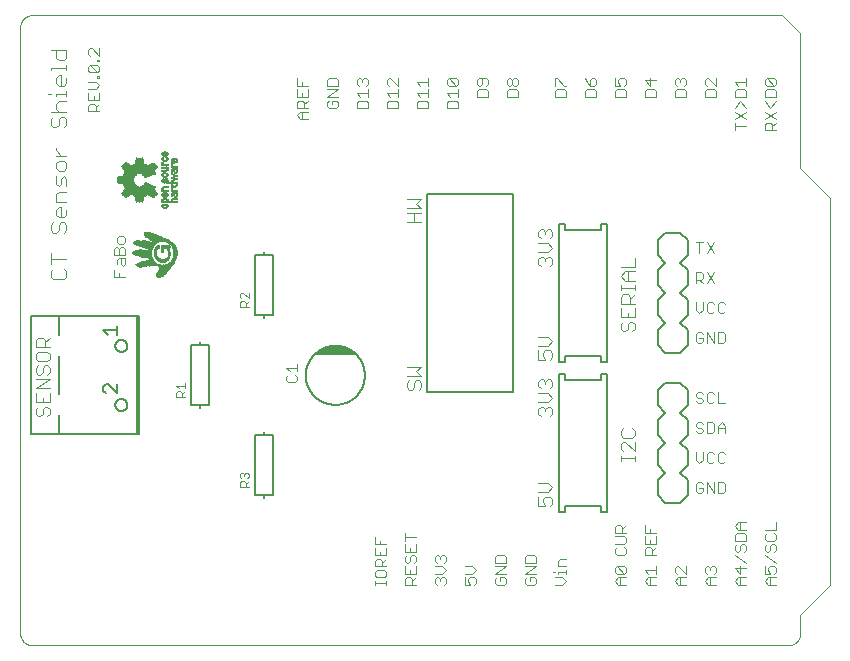
<source format=gto>
G75*
%MOIN*%
%OFA0B0*%
%FSLAX25Y25*%
%IPPOS*%
%LPD*%
%AMOC8*
5,1,8,0,0,1.08239X$1,22.5*
%
%ADD10C,0.00400*%
%ADD11C,0.00300*%
%ADD12C,0.00800*%
%ADD13C,0.00500*%
%ADD14C,0.00600*%
%ADD15C,0.00000*%
%ADD16R,0.00035X0.00770*%
%ADD17R,0.00035X0.01400*%
%ADD18R,0.00035X0.01855*%
%ADD19R,0.00035X0.02170*%
%ADD20R,0.00035X0.02485*%
%ADD21R,0.00035X0.02765*%
%ADD22R,0.00035X0.02975*%
%ADD23R,0.00035X0.03220*%
%ADD24R,0.00035X0.03395*%
%ADD25R,0.00035X0.03605*%
%ADD26R,0.00035X0.03780*%
%ADD27R,0.00035X0.03955*%
%ADD28R,0.00035X0.04130*%
%ADD29R,0.00035X0.04270*%
%ADD30R,0.00035X0.04375*%
%ADD31R,0.00035X0.04550*%
%ADD32R,0.00035X0.04690*%
%ADD33R,0.00035X0.04865*%
%ADD34R,0.00035X0.04970*%
%ADD35R,0.00035X0.05110*%
%ADD36R,0.00035X0.05215*%
%ADD37R,0.00035X0.05355*%
%ADD38R,0.00035X0.05460*%
%ADD39R,0.00035X0.05600*%
%ADD40R,0.00035X0.05705*%
%ADD41R,0.00035X0.05810*%
%ADD42R,0.00035X0.05915*%
%ADD43R,0.00035X0.06055*%
%ADD44R,0.00035X0.06160*%
%ADD45R,0.00035X0.06265*%
%ADD46R,0.00035X0.06335*%
%ADD47R,0.00035X0.06440*%
%ADD48R,0.00035X0.06545*%
%ADD49R,0.00035X0.03080*%
%ADD50R,0.00035X0.02660*%
%ADD51R,0.00035X0.02870*%
%ADD52R,0.00035X0.02415*%
%ADD53R,0.00035X0.02730*%
%ADD54R,0.00035X0.02310*%
%ADD55R,0.00035X0.02695*%
%ADD56R,0.00035X0.02170*%
%ADD57R,0.00035X0.02590*%
%ADD58R,0.00035X0.02100*%
%ADD59R,0.00035X0.02520*%
%ADD60R,0.00035X0.02030*%
%ADD61R,0.00035X0.02450*%
%ADD62R,0.00035X0.01960*%
%ADD63R,0.00035X0.01890*%
%ADD64R,0.00035X0.02380*%
%ADD65R,0.00035X0.01785*%
%ADD66R,0.00035X0.01750*%
%ADD67R,0.00035X0.01715*%
%ADD68R,0.00035X0.02275*%
%ADD69R,0.00035X0.01645*%
%ADD70R,0.00035X0.02240*%
%ADD71R,0.00035X0.01610*%
%ADD72R,0.00035X0.02240*%
%ADD73R,0.00035X0.01575*%
%ADD74R,0.00035X0.01540*%
%ADD75R,0.00035X0.02205*%
%ADD76R,0.00035X0.01505*%
%ADD77R,0.00035X0.01470*%
%ADD78R,0.00035X0.01435*%
%ADD79R,0.00035X0.01365*%
%ADD80R,0.00035X0.01330*%
%ADD81R,0.00035X0.01295*%
%ADD82R,0.00035X0.01295*%
%ADD83R,0.00035X0.01260*%
%ADD84R,0.00035X0.01190*%
%ADD85R,0.00035X0.01225*%
%ADD86R,0.00035X0.00385*%
%ADD87R,0.00035X0.00980*%
%ADD88R,0.00035X0.01155*%
%ADD89R,0.00035X0.01645*%
%ADD90R,0.00035X0.01015*%
%ADD91R,0.00035X0.01050*%
%ADD92R,0.00035X0.02345*%
%ADD93R,0.00035X0.01085*%
%ADD94R,0.00035X0.02905*%
%ADD95R,0.00035X0.03045*%
%ADD96R,0.00035X0.01120*%
%ADD97R,0.00035X0.02345*%
%ADD98R,0.00035X0.03255*%
%ADD99R,0.00035X0.01120*%
%ADD100R,0.00035X0.03500*%
%ADD101R,0.00035X0.02415*%
%ADD102R,0.00035X0.03640*%
%ADD103R,0.00035X0.04900*%
%ADD104R,0.00035X0.04935*%
%ADD105R,0.00035X0.05005*%
%ADD106R,0.00035X0.01680*%
%ADD107R,0.00035X0.02065*%
%ADD108R,0.00035X0.02555*%
%ADD109R,0.00035X0.02590*%
%ADD110R,0.00035X0.02625*%
%ADD111R,0.00035X0.02695*%
%ADD112R,0.00035X0.01470*%
%ADD113R,0.00035X0.02765*%
%ADD114R,0.00035X0.02800*%
%ADD115R,0.00035X0.02835*%
%ADD116R,0.00035X0.01365*%
%ADD117R,0.00035X0.02940*%
%ADD118R,0.00035X0.03010*%
%ADD119R,0.00035X0.03045*%
%ADD120R,0.00035X0.03115*%
%ADD121R,0.00035X0.03150*%
%ADD122R,0.00035X0.03185*%
%ADD123R,0.00035X0.03220*%
%ADD124R,0.00035X0.01190*%
%ADD125R,0.00035X0.03290*%
%ADD126R,0.00035X0.03325*%
%ADD127R,0.00035X0.03360*%
%ADD128R,0.00035X0.03430*%
%ADD129R,0.00035X0.03465*%
%ADD130R,0.00035X0.03535*%
%ADD131R,0.00035X0.03570*%
%ADD132R,0.00035X0.03675*%
%ADD133R,0.00035X0.03710*%
%ADD134R,0.00035X0.03745*%
%ADD135R,0.00035X0.03815*%
%ADD136R,0.00035X0.03850*%
%ADD137R,0.00035X0.03885*%
%ADD138R,0.00035X0.03920*%
%ADD139R,0.00035X0.03990*%
%ADD140R,0.00035X0.04025*%
%ADD141R,0.00035X0.02870*%
%ADD142R,0.00035X0.04095*%
%ADD143R,0.00035X0.04165*%
%ADD144R,0.00035X0.04200*%
%ADD145R,0.00035X0.04235*%
%ADD146R,0.00035X0.04270*%
%ADD147R,0.00035X0.01820*%
%ADD148R,0.00035X0.04305*%
%ADD149R,0.00035X0.04340*%
%ADD150R,0.00035X0.01925*%
%ADD151R,0.00035X0.04410*%
%ADD152R,0.00035X0.00945*%
%ADD153R,0.00035X0.00875*%
%ADD154R,0.00035X0.00840*%
%ADD155R,0.00035X0.02135*%
%ADD156R,0.00035X0.00805*%
%ADD157R,0.00035X0.00735*%
%ADD158R,0.00035X0.01995*%
%ADD159R,0.00035X0.02520*%
%ADD160R,0.00035X0.01540*%
%ADD161R,0.00035X0.00770*%
%ADD162R,0.00035X0.00665*%
%ADD163R,0.00035X0.00420*%
%ADD164R,0.00035X0.00910*%
%ADD165R,0.00035X0.04060*%
%ADD166R,0.00035X0.01015*%
%ADD167R,0.00035X0.03115*%
%ADD168R,0.00035X0.03395*%
%ADD169R,0.00035X0.03745*%
%ADD170R,0.00035X0.04340*%
%ADD171R,0.00035X0.04480*%
%ADD172R,0.00035X0.02065*%
%ADD173R,0.00035X0.04515*%
%ADD174R,0.00035X0.04585*%
%ADD175R,0.00035X0.04760*%
%ADD176R,0.00035X0.04830*%
%ADD177R,0.00035X0.07805*%
%ADD178R,0.00035X0.07840*%
%ADD179R,0.00035X0.07875*%
%ADD180R,0.00035X0.07910*%
%ADD181R,0.00035X0.07945*%
%ADD182R,0.00035X0.07980*%
%ADD183R,0.00035X0.08015*%
%ADD184R,0.00035X0.08050*%
%ADD185R,0.00035X0.05635*%
%ADD186R,0.00035X0.01995*%
%ADD187R,0.00035X0.01890*%
%ADD188R,0.00035X0.01715*%
%ADD189R,0.00035X0.00945*%
%ADD190R,0.00035X0.00560*%
%ADD191R,0.00035X0.01820*%
%ADD192R,0.00035X0.00700*%
%ADD193R,0.00035X0.00630*%
%ADD194R,0.00035X0.00525*%
%ADD195R,0.00035X0.00175*%
%ADD196R,0.00035X0.00595*%
%ADD197R,0.00035X0.00490*%
%ADD198R,0.00035X0.00210*%
%ADD199R,0.00035X0.00490*%
%ADD200R,0.00035X0.00315*%
%ADD201R,0.00040X0.00520*%
%ADD202R,0.00040X0.00520*%
%ADD203R,0.00040X0.00760*%
%ADD204R,0.00040X0.00640*%
%ADD205R,0.00040X0.00440*%
%ADD206R,0.00040X0.00480*%
%ADD207R,0.00040X0.00520*%
%ADD208R,0.00040X0.00520*%
%ADD209R,0.00040X0.01400*%
%ADD210R,0.00040X0.00800*%
%ADD211R,0.00040X0.00480*%
%ADD212R,0.00040X0.00960*%
%ADD213R,0.00040X0.01440*%
%ADD214R,0.00040X0.01080*%
%ADD215R,0.00040X0.01520*%
%ADD216R,0.00040X0.01440*%
%ADD217R,0.00040X0.00560*%
%ADD218R,0.00040X0.01480*%
%ADD219R,0.00040X0.01200*%
%ADD220R,0.00040X0.01560*%
%ADD221R,0.00040X0.01320*%
%ADD222R,0.00040X0.01560*%
%ADD223R,0.00040X0.01520*%
%ADD224R,0.00040X0.00600*%
%ADD225R,0.00040X0.00560*%
%ADD226R,0.00040X0.01400*%
%ADD227R,0.00040X0.01600*%
%ADD228R,0.00040X0.00600*%
%ADD229R,0.00040X0.00640*%
%ADD230R,0.00040X0.01640*%
%ADD231R,0.00040X0.00680*%
%ADD232R,0.00040X0.01680*%
%ADD233R,0.00040X0.01680*%
%ADD234R,0.00040X0.01640*%
%ADD235R,0.00040X0.00720*%
%ADD236R,0.00040X0.01480*%
%ADD237R,0.00040X0.00760*%
%ADD238R,0.00040X0.00720*%
%ADD239R,0.00040X0.00640*%
%ADD240R,0.00040X0.00360*%
%ADD241R,0.00040X0.00240*%
%ADD242R,0.00040X0.00160*%
%ADD243R,0.00040X0.00840*%
%ADD244R,0.00040X0.00080*%
%ADD245R,0.00040X0.00880*%
%ADD246R,0.00040X0.00920*%
%ADD247R,0.00040X0.00960*%
%ADD248R,0.00040X0.01640*%
%ADD249R,0.00040X0.01760*%
%ADD250R,0.00040X0.00440*%
%ADD251R,0.00040X0.01000*%
%ADD252R,0.00040X0.01760*%
%ADD253R,0.00040X0.00440*%
%ADD254R,0.00040X0.01320*%
%ADD255R,0.00040X0.01200*%
%ADD256R,0.00040X0.00920*%
%ADD257R,0.00040X0.00840*%
%ADD258R,0.00040X0.00800*%
%ADD259R,0.00040X0.00080*%
%ADD260R,0.00040X0.00120*%
%ADD261R,0.00040X0.00240*%
%ADD262R,0.00040X0.00720*%
%ADD263R,0.00040X0.00200*%
%ADD264R,0.00040X0.00400*%
%ADD265R,0.00040X0.01240*%
%ADD266R,0.00040X0.01640*%
%ADD267R,0.00040X0.01440*%
%ADD268R,0.00040X0.01280*%
%ADD269R,0.00040X0.01520*%
%ADD270R,0.00040X0.01280*%
%ADD271R,0.00040X0.01520*%
%ADD272R,0.00040X0.01360*%
%ADD273R,0.00040X0.01440*%
%ADD274R,0.00040X0.01240*%
%ADD275R,0.00040X0.01120*%
%ADD276R,0.00040X0.01240*%
%ADD277R,0.00040X0.01040*%
%ADD278R,0.00040X0.00840*%
%ADD279R,0.00040X0.00440*%
%ADD280R,0.00040X0.00400*%
%ADD281R,0.00040X0.00320*%
%ADD282R,0.00040X0.00920*%
%ADD283R,0.00040X0.01040*%
%ADD284R,0.00040X0.01000*%
%ADD285R,0.00040X0.01080*%
%ADD286R,0.00040X0.01160*%
%ADD287R,0.00040X0.01040*%
%ADD288R,0.00040X0.01160*%
%ADD289R,0.00040X0.01600*%
%ADD290R,0.00040X0.01720*%
%ADD291R,0.00040X0.01720*%
%ADD292R,0.00040X0.00640*%
%ADD293R,0.00040X0.00680*%
%ADD294R,0.00040X0.00360*%
%ADD295R,0.00040X0.00280*%
%ADD296R,0.00040X0.00120*%
%ADD297R,0.00040X0.00040*%
%ADD298R,0.00040X0.00040*%
%ADD299R,0.00040X0.01320*%
%ADD300R,0.00040X0.00280*%
%ADD301R,0.00040X0.00320*%
%ADD302R,0.00040X0.01320*%
%ADD303R,0.00040X0.01120*%
%ADD304R,0.00040X0.01120*%
%ADD305R,0.00040X0.01800*%
%ADD306R,0.00040X0.01920*%
%ADD307R,0.00040X0.01920*%
%ADD308R,0.00040X0.02000*%
%ADD309R,0.00040X0.02120*%
%ADD310R,0.00040X0.02200*%
%ADD311R,0.00040X0.02320*%
%ADD312R,0.00040X0.02400*%
%ADD313R,0.00040X0.02520*%
%ADD314R,0.00040X0.02600*%
%ADD315R,0.00040X0.00880*%
%ADD316R,0.00040X0.03680*%
%ADD317R,0.00040X0.03720*%
%ADD318R,0.00040X0.03800*%
%ADD319R,0.00040X0.03840*%
%ADD320R,0.00040X0.03840*%
%ADD321R,0.00040X0.03920*%
%ADD322R,0.00040X0.03960*%
%ADD323R,0.00040X0.04000*%
%ADD324R,0.00040X0.04080*%
%ADD325R,0.00040X0.04120*%
%ADD326R,0.00040X0.04160*%
%ADD327R,0.00040X0.04200*%
%ADD328R,0.00040X0.04200*%
%ADD329R,0.00040X0.04160*%
%ADD330R,0.00040X0.04120*%
%ADD331R,0.00040X0.04080*%
%ADD332R,0.00040X0.04040*%
%ADD333R,0.00040X0.04040*%
%ADD334R,0.00040X0.04040*%
%ADD335R,0.00040X0.04040*%
%ADD336R,0.00040X0.03960*%
%ADD337R,0.00040X0.03920*%
%ADD338R,0.00040X0.03920*%
%ADD339R,0.00040X0.03880*%
%ADD340R,0.00040X0.03920*%
%ADD341R,0.00040X0.03880*%
%ADD342R,0.00040X0.03800*%
%ADD343R,0.00040X0.04240*%
%ADD344R,0.00040X0.04240*%
%ADD345R,0.00040X0.04280*%
%ADD346R,0.00040X0.04360*%
%ADD347R,0.00040X0.04400*%
%ADD348R,0.00040X0.04440*%
%ADD349R,0.00040X0.04520*%
%ADD350R,0.00040X0.04520*%
%ADD351R,0.00040X0.04520*%
%ADD352R,0.00040X0.04520*%
%ADD353R,0.00040X0.04480*%
%ADD354R,0.00040X0.04440*%
%ADD355R,0.00040X0.04400*%
%ADD356R,0.00040X0.04360*%
%ADD357R,0.00040X0.04320*%
%ADD358R,0.00040X0.04240*%
%ADD359R,0.00040X0.04320*%
%ADD360R,0.00040X0.04320*%
%ADD361R,0.00040X0.04560*%
%ADD362R,0.00040X0.04720*%
%ADD363R,0.00040X0.04920*%
%ADD364R,0.00040X0.04920*%
%ADD365R,0.00040X0.05080*%
%ADD366R,0.00040X0.05240*%
%ADD367R,0.00040X0.05240*%
%ADD368R,0.00040X0.05480*%
%ADD369R,0.00040X0.05640*%
%ADD370R,0.00040X0.05640*%
%ADD371R,0.00040X0.05680*%
%ADD372R,0.00040X0.05640*%
%ADD373R,0.00040X0.05600*%
%ADD374R,0.00040X0.05600*%
%ADD375R,0.00040X0.05560*%
%ADD376R,0.00040X0.05520*%
%ADD377R,0.00040X0.05520*%
%ADD378R,0.00040X0.05480*%
%ADD379R,0.00040X0.05440*%
%ADD380R,0.00040X0.05440*%
%ADD381R,0.00040X0.05560*%
%ADD382R,0.00040X0.05680*%
%ADD383R,0.00040X0.05440*%
%ADD384R,0.00040X0.05280*%
%ADD385R,0.00040X0.04920*%
%ADD386R,0.00040X0.04600*%
%ADD387R,0.00040X0.04840*%
%ADD388R,0.00040X0.10440*%
%ADD389R,0.00040X0.10360*%
%ADD390R,0.00040X0.10360*%
%ADD391R,0.00040X0.10280*%
%ADD392R,0.00040X0.10200*%
%ADD393R,0.00040X0.10200*%
%ADD394R,0.00040X0.10120*%
%ADD395R,0.00040X0.10040*%
%ADD396R,0.00040X0.10040*%
%ADD397R,0.00040X0.09960*%
%ADD398R,0.00040X0.09880*%
%ADD399R,0.00040X0.09880*%
%ADD400R,0.00040X0.09800*%
%ADD401R,0.00040X0.09720*%
%ADD402R,0.00040X0.09720*%
%ADD403R,0.00040X0.10280*%
%ADD404R,0.00040X0.10520*%
%ADD405R,0.00040X0.10520*%
%ADD406R,0.00040X0.10600*%
%ADD407R,0.00040X0.10680*%
%ADD408R,0.00040X0.10760*%
%ADD409R,0.00040X0.10840*%
%ADD410R,0.00040X0.10920*%
%ADD411R,0.00040X0.11000*%
%ADD412R,0.00040X0.11080*%
%ADD413R,0.00040X0.11080*%
%ADD414R,0.00040X0.11160*%
%ADD415R,0.00040X0.11240*%
%ADD416R,0.00040X0.11320*%
%ADD417R,0.00040X0.11400*%
%ADD418R,0.00040X0.11400*%
%ADD419R,0.00040X0.11480*%
%ADD420R,0.00040X0.11560*%
%ADD421R,0.00040X0.11640*%
%ADD422R,0.00040X0.11640*%
%ADD423R,0.00040X0.11720*%
%ADD424R,0.00040X0.11800*%
%ADD425R,0.00040X0.11880*%
%ADD426R,0.00040X0.11880*%
%ADD427R,0.00040X0.11960*%
%ADD428R,0.00040X0.11720*%
%ADD429R,0.00040X0.11320*%
%ADD430R,0.00040X0.02760*%
%ADD431R,0.00040X0.05400*%
%ADD432R,0.00040X0.02640*%
%ADD433R,0.00040X0.05160*%
%ADD434R,0.00040X0.02560*%
%ADD435R,0.00040X0.05000*%
%ADD436R,0.00040X0.02440*%
%ADD437R,0.00040X0.04760*%
%ADD438R,0.00040X0.02440*%
%ADD439R,0.00040X0.02360*%
%ADD440R,0.00040X0.04600*%
%ADD441R,0.00040X0.02280*%
%ADD442R,0.00040X0.02240*%
%ADD443R,0.00040X0.02160*%
%ADD444R,0.00040X0.02080*%
%ADD445R,0.00040X0.01960*%
%ADD446R,0.00040X0.01880*%
%ADD447R,0.00040X0.03640*%
%ADD448R,0.00040X0.03400*%
%ADD449R,0.00040X0.03240*%
%ADD450R,0.00040X0.03000*%
%ADD451R,0.00040X0.02920*%
%ADD452R,0.00040X0.01360*%
%ADD453R,0.00040X0.02840*%
%ADD454R,0.00040X0.02840*%
%ADD455R,0.00040X0.02760*%
%ADD456R,0.00040X0.02680*%
%ADD457R,0.00040X0.02680*%
%ADD458R,0.00040X0.02600*%
%ADD459R,0.00040X0.02520*%
%ADD460R,0.00040X0.02520*%
%ADD461R,0.00040X0.02440*%
%ADD462R,0.00040X0.02360*%
%ADD463R,0.00040X0.02280*%
%ADD464R,0.00040X0.02200*%
%ADD465R,0.00040X0.02120*%
D10*
X0033213Y0081388D02*
X0032446Y0082156D01*
X0032446Y0083690D01*
X0033213Y0084457D01*
X0034748Y0083690D02*
X0035515Y0084457D01*
X0036283Y0084457D01*
X0037050Y0083690D01*
X0037050Y0082156D01*
X0036283Y0081388D01*
X0034748Y0082156D02*
X0034748Y0083690D01*
X0034748Y0082156D02*
X0033981Y0081388D01*
X0033213Y0081388D01*
X0032446Y0085992D02*
X0037050Y0085992D01*
X0037050Y0089061D01*
X0037050Y0090596D02*
X0032446Y0090596D01*
X0037050Y0093665D01*
X0032446Y0093665D01*
X0033213Y0095200D02*
X0032446Y0095967D01*
X0032446Y0097502D01*
X0033213Y0098269D01*
X0033213Y0099804D02*
X0032446Y0100571D01*
X0032446Y0102106D01*
X0033213Y0102873D01*
X0036283Y0102873D01*
X0037050Y0102106D01*
X0037050Y0100571D01*
X0036283Y0099804D01*
X0033213Y0099804D01*
X0034748Y0097502D02*
X0035515Y0098269D01*
X0036283Y0098269D01*
X0037050Y0097502D01*
X0037050Y0095967D01*
X0036283Y0095200D01*
X0034748Y0095967D02*
X0034748Y0097502D01*
X0034748Y0095967D02*
X0033981Y0095200D01*
X0033213Y0095200D01*
X0032446Y0089061D02*
X0032446Y0085992D01*
X0034748Y0085992D02*
X0034748Y0087527D01*
X0035515Y0104408D02*
X0035515Y0106710D01*
X0034748Y0107477D01*
X0033213Y0107477D01*
X0032446Y0106710D01*
X0032446Y0104408D01*
X0037050Y0104408D01*
X0035515Y0105942D02*
X0037050Y0107477D01*
X0038313Y0126995D02*
X0041783Y0126995D01*
X0042650Y0127862D01*
X0042650Y0129597D01*
X0041783Y0130464D01*
X0038313Y0130464D02*
X0037446Y0129597D01*
X0037446Y0127862D01*
X0038313Y0126995D01*
X0037446Y0132151D02*
X0037446Y0135621D01*
X0037446Y0133886D02*
X0042650Y0133886D01*
X0041783Y0142464D02*
X0042650Y0143331D01*
X0042650Y0145066D01*
X0041783Y0145933D01*
X0040915Y0145933D01*
X0040048Y0145066D01*
X0040048Y0143331D01*
X0039180Y0142464D01*
X0038313Y0142464D01*
X0037446Y0143331D01*
X0037446Y0145066D01*
X0038313Y0145933D01*
X0040048Y0147620D02*
X0039180Y0148487D01*
X0039180Y0150222D01*
X0040048Y0151090D01*
X0040915Y0151090D01*
X0040915Y0147620D01*
X0040048Y0147620D02*
X0041783Y0147620D01*
X0042650Y0148487D01*
X0042650Y0150222D01*
X0042650Y0152776D02*
X0039180Y0152776D01*
X0039180Y0155379D01*
X0040048Y0156246D01*
X0042650Y0156246D01*
X0042650Y0157933D02*
X0042650Y0160535D01*
X0041783Y0161403D01*
X0040915Y0160535D01*
X0040915Y0158800D01*
X0040048Y0157933D01*
X0039180Y0158800D01*
X0039180Y0161403D01*
X0040048Y0163089D02*
X0041783Y0163089D01*
X0042650Y0163957D01*
X0042650Y0165691D01*
X0041783Y0166559D01*
X0040048Y0166559D01*
X0039180Y0165691D01*
X0039180Y0163957D01*
X0040048Y0163089D01*
X0040915Y0168246D02*
X0039180Y0169980D01*
X0039180Y0170848D01*
X0039180Y0168246D02*
X0042650Y0168246D01*
X0041783Y0177699D02*
X0042650Y0178566D01*
X0042650Y0180301D01*
X0041783Y0181169D01*
X0040915Y0181169D01*
X0040048Y0180301D01*
X0040048Y0178566D01*
X0039180Y0177699D01*
X0038313Y0177699D01*
X0037446Y0178566D01*
X0037446Y0180301D01*
X0038313Y0181169D01*
X0037446Y0182855D02*
X0042650Y0182855D01*
X0040048Y0182855D02*
X0039180Y0183723D01*
X0039180Y0185458D01*
X0040048Y0186325D01*
X0042650Y0186325D01*
X0042650Y0188012D02*
X0042650Y0189747D01*
X0042650Y0188879D02*
X0039180Y0188879D01*
X0039180Y0188012D01*
X0037446Y0188879D02*
X0036578Y0188879D01*
X0039180Y0192317D02*
X0039180Y0194052D01*
X0040048Y0194919D01*
X0040915Y0194919D01*
X0040915Y0191449D01*
X0040048Y0191449D02*
X0039180Y0192317D01*
X0040048Y0191449D02*
X0041783Y0191449D01*
X0042650Y0192317D01*
X0042650Y0194052D01*
X0042650Y0196606D02*
X0042650Y0198341D01*
X0042650Y0197473D02*
X0037446Y0197473D01*
X0037446Y0196606D01*
X0040048Y0200043D02*
X0039180Y0200911D01*
X0039180Y0203513D01*
X0037446Y0203513D02*
X0042650Y0203513D01*
X0042650Y0200911D01*
X0041783Y0200043D01*
X0040048Y0200043D01*
X0060248Y0141285D02*
X0059648Y0140685D01*
X0059648Y0139484D01*
X0060248Y0138883D01*
X0061449Y0138883D01*
X0062050Y0139484D01*
X0062050Y0140685D01*
X0061449Y0141285D01*
X0060248Y0141285D01*
X0059648Y0137602D02*
X0060248Y0137002D01*
X0060248Y0135200D01*
X0060248Y0133919D02*
X0062050Y0133919D01*
X0062050Y0132117D01*
X0061449Y0131517D01*
X0060849Y0132117D01*
X0060849Y0133919D01*
X0060248Y0133919D02*
X0059648Y0133318D01*
X0059648Y0132117D01*
X0058447Y0130236D02*
X0058447Y0127834D01*
X0062050Y0127834D01*
X0060248Y0127834D02*
X0060248Y0129035D01*
X0058447Y0135200D02*
X0058447Y0137002D01*
X0059047Y0137602D01*
X0059648Y0137602D01*
X0060248Y0137002D02*
X0060849Y0137602D01*
X0061449Y0137602D01*
X0062050Y0137002D01*
X0062050Y0135200D01*
X0058447Y0135200D01*
X0156196Y0145992D02*
X0160800Y0145992D01*
X0158498Y0145992D02*
X0158498Y0149061D01*
X0156196Y0149061D02*
X0160800Y0149061D01*
X0160800Y0150596D02*
X0159265Y0152131D01*
X0160800Y0153665D01*
X0156196Y0153665D01*
X0156196Y0150596D02*
X0160800Y0150596D01*
X0199946Y0142898D02*
X0199946Y0141363D01*
X0200713Y0140596D01*
X0199946Y0139061D02*
X0203015Y0139061D01*
X0204550Y0137527D01*
X0203015Y0135992D01*
X0199946Y0135992D01*
X0200713Y0134457D02*
X0201481Y0134457D01*
X0202248Y0133690D01*
X0203015Y0134457D01*
X0203783Y0134457D01*
X0204550Y0133690D01*
X0204550Y0132156D01*
X0203783Y0131388D01*
X0202248Y0132923D02*
X0202248Y0133690D01*
X0200713Y0134457D02*
X0199946Y0133690D01*
X0199946Y0132156D01*
X0200713Y0131388D01*
X0203783Y0140596D02*
X0204550Y0141363D01*
X0204550Y0142898D01*
X0203783Y0143665D01*
X0203015Y0143665D01*
X0202248Y0142898D01*
X0202248Y0142131D01*
X0202248Y0142898D02*
X0201481Y0143665D01*
X0200713Y0143665D01*
X0199946Y0142898D01*
X0227446Y0131141D02*
X0232050Y0131141D01*
X0232050Y0134210D01*
X0232050Y0129606D02*
X0228981Y0129606D01*
X0227446Y0128071D01*
X0228981Y0126537D01*
X0232050Y0126537D01*
X0232050Y0125002D02*
X0232050Y0123467D01*
X0232050Y0124235D02*
X0227446Y0124235D01*
X0227446Y0125002D02*
X0227446Y0123467D01*
X0228213Y0121933D02*
X0229748Y0121933D01*
X0230515Y0121165D01*
X0230515Y0118863D01*
X0230515Y0120398D02*
X0232050Y0121933D01*
X0232050Y0118863D02*
X0227446Y0118863D01*
X0227446Y0121165D01*
X0228213Y0121933D01*
X0227446Y0117329D02*
X0227446Y0114259D01*
X0232050Y0114259D01*
X0232050Y0117329D01*
X0229748Y0115794D02*
X0229748Y0114259D01*
X0230515Y0112725D02*
X0231283Y0112725D01*
X0232050Y0111957D01*
X0232050Y0110423D01*
X0231283Y0109656D01*
X0229748Y0110423D02*
X0229748Y0111957D01*
X0230515Y0112725D01*
X0228213Y0112725D02*
X0227446Y0111957D01*
X0227446Y0110423D01*
X0228213Y0109656D01*
X0228981Y0109656D01*
X0229748Y0110423D01*
X0229748Y0126537D02*
X0229748Y0129606D01*
X0204550Y0106339D02*
X0203015Y0107873D01*
X0199946Y0107873D01*
X0203015Y0104804D02*
X0204550Y0106339D01*
X0203015Y0104804D02*
X0199946Y0104804D01*
X0199946Y0103269D02*
X0199946Y0100200D01*
X0202248Y0100200D01*
X0201481Y0101735D01*
X0201481Y0102502D01*
X0202248Y0103269D01*
X0203783Y0103269D01*
X0204550Y0102502D01*
X0204550Y0100967D01*
X0203783Y0100200D01*
X0203783Y0093665D02*
X0204550Y0092898D01*
X0204550Y0091363D01*
X0203783Y0090596D01*
X0203015Y0089061D02*
X0199946Y0089061D01*
X0200713Y0090596D02*
X0199946Y0091363D01*
X0199946Y0092898D01*
X0200713Y0093665D01*
X0201481Y0093665D01*
X0202248Y0092898D01*
X0203015Y0093665D01*
X0203783Y0093665D01*
X0202248Y0092898D02*
X0202248Y0092131D01*
X0203015Y0089061D02*
X0204550Y0087527D01*
X0203015Y0085992D01*
X0199946Y0085992D01*
X0200713Y0084457D02*
X0201481Y0084457D01*
X0202248Y0083690D01*
X0203015Y0084457D01*
X0203783Y0084457D01*
X0204550Y0083690D01*
X0204550Y0082156D01*
X0203783Y0081388D01*
X0202248Y0082923D02*
X0202248Y0083690D01*
X0200713Y0084457D02*
X0199946Y0083690D01*
X0199946Y0082156D01*
X0200713Y0081388D01*
X0227446Y0076537D02*
X0227446Y0075002D01*
X0228213Y0074235D01*
X0231283Y0074235D01*
X0232050Y0075002D01*
X0232050Y0076537D01*
X0231283Y0077304D01*
X0228213Y0077304D02*
X0227446Y0076537D01*
X0228213Y0072700D02*
X0227446Y0071933D01*
X0227446Y0070398D01*
X0228213Y0069631D01*
X0227446Y0068096D02*
X0227446Y0066561D01*
X0227446Y0067329D02*
X0232050Y0067329D01*
X0232050Y0068096D02*
X0232050Y0066561D01*
X0232050Y0069631D02*
X0228981Y0072700D01*
X0228213Y0072700D01*
X0232050Y0072700D02*
X0232050Y0069631D01*
X0204550Y0057589D02*
X0203015Y0056054D01*
X0199946Y0056054D01*
X0199946Y0054519D02*
X0199946Y0051450D01*
X0202248Y0051450D01*
X0201481Y0052985D01*
X0201481Y0053752D01*
X0202248Y0054519D01*
X0203783Y0054519D01*
X0204550Y0053752D01*
X0204550Y0052217D01*
X0203783Y0051450D01*
X0204550Y0057589D02*
X0203015Y0059123D01*
X0199946Y0059123D01*
X0160800Y0090967D02*
X0160033Y0090200D01*
X0160800Y0090967D02*
X0160800Y0092502D01*
X0160033Y0093269D01*
X0159265Y0093269D01*
X0158498Y0092502D01*
X0158498Y0090967D01*
X0157731Y0090200D01*
X0156963Y0090200D01*
X0156196Y0090967D01*
X0156196Y0092502D01*
X0156963Y0093269D01*
X0156196Y0094804D02*
X0160800Y0094804D01*
X0159265Y0096339D01*
X0160800Y0097873D01*
X0156196Y0097873D01*
D11*
X0119600Y0097568D02*
X0115897Y0097568D01*
X0117131Y0096333D01*
X0116514Y0095119D02*
X0115897Y0094502D01*
X0115897Y0093267D01*
X0116514Y0092650D01*
X0118983Y0092650D01*
X0119600Y0093267D01*
X0119600Y0094502D01*
X0118983Y0095119D01*
X0119600Y0096333D02*
X0119600Y0098802D01*
X0103350Y0117650D02*
X0100448Y0117650D01*
X0100448Y0119101D01*
X0100931Y0119585D01*
X0101899Y0119585D01*
X0102383Y0119101D01*
X0102383Y0117650D01*
X0102383Y0118617D02*
X0103350Y0119585D01*
X0103350Y0120597D02*
X0101415Y0122531D01*
X0100931Y0122531D01*
X0100448Y0122048D01*
X0100448Y0121080D01*
X0100931Y0120597D01*
X0103350Y0120597D02*
X0103350Y0122531D01*
X0082100Y0092531D02*
X0082100Y0090597D01*
X0082100Y0091564D02*
X0079198Y0091564D01*
X0080165Y0090597D01*
X0079681Y0089585D02*
X0080649Y0089585D01*
X0081133Y0089101D01*
X0081133Y0087650D01*
X0082100Y0087650D02*
X0079198Y0087650D01*
X0079198Y0089101D01*
X0079681Y0089585D01*
X0081133Y0088617D02*
X0082100Y0089585D01*
X0100931Y0062531D02*
X0101415Y0062531D01*
X0101899Y0062048D01*
X0102383Y0062531D01*
X0102866Y0062531D01*
X0103350Y0062048D01*
X0103350Y0061080D01*
X0102866Y0060597D01*
X0103350Y0059585D02*
X0102383Y0058617D01*
X0102383Y0059101D02*
X0102383Y0057650D01*
X0103350Y0057650D02*
X0100448Y0057650D01*
X0100448Y0059101D01*
X0100931Y0059585D01*
X0101899Y0059585D01*
X0102383Y0059101D01*
X0100931Y0060597D02*
X0100448Y0061080D01*
X0100448Y0062048D01*
X0100931Y0062531D01*
X0101899Y0062048D02*
X0101899Y0061564D01*
X0145397Y0041124D02*
X0145397Y0038655D01*
X0149100Y0038655D01*
X0149100Y0037440D02*
X0149100Y0034972D01*
X0145397Y0034972D01*
X0145397Y0037440D01*
X0147248Y0038655D02*
X0147248Y0039889D01*
X0147248Y0036206D02*
X0147248Y0034972D01*
X0147248Y0033757D02*
X0147866Y0033140D01*
X0147866Y0031289D01*
X0147866Y0032523D02*
X0149100Y0033757D01*
X0147248Y0033757D02*
X0146014Y0033757D01*
X0145397Y0033140D01*
X0145397Y0031289D01*
X0149100Y0031289D01*
X0148483Y0030074D02*
X0146014Y0030074D01*
X0145397Y0029457D01*
X0145397Y0028223D01*
X0146014Y0027605D01*
X0148483Y0027605D01*
X0149100Y0028223D01*
X0149100Y0029457D01*
X0148483Y0030074D01*
X0149100Y0026384D02*
X0149100Y0025150D01*
X0149100Y0025767D02*
X0145397Y0025767D01*
X0145397Y0025150D02*
X0145397Y0026384D01*
X0155397Y0027002D02*
X0155397Y0025150D01*
X0159100Y0025150D01*
X0157866Y0025150D02*
X0157866Y0027002D01*
X0157248Y0027619D01*
X0156014Y0027619D01*
X0155397Y0027002D01*
X0155397Y0028833D02*
X0159100Y0028833D01*
X0159100Y0031302D01*
X0158483Y0032516D02*
X0159100Y0033133D01*
X0159100Y0034368D01*
X0158483Y0034985D01*
X0157866Y0034985D01*
X0157248Y0034368D01*
X0157248Y0033133D01*
X0156631Y0032516D01*
X0156014Y0032516D01*
X0155397Y0033133D01*
X0155397Y0034368D01*
X0156014Y0034985D01*
X0155397Y0036199D02*
X0159100Y0036199D01*
X0159100Y0038668D01*
X0157248Y0037434D02*
X0157248Y0036199D01*
X0155397Y0036199D02*
X0155397Y0038668D01*
X0155397Y0039883D02*
X0155397Y0042351D01*
X0155397Y0041117D02*
X0159100Y0041117D01*
X0165397Y0034368D02*
X0166014Y0034985D01*
X0166631Y0034985D01*
X0167248Y0034368D01*
X0167866Y0034985D01*
X0168483Y0034985D01*
X0169100Y0034368D01*
X0169100Y0033133D01*
X0168483Y0032516D01*
X0167866Y0031302D02*
X0165397Y0031302D01*
X0166014Y0032516D02*
X0165397Y0033133D01*
X0165397Y0034368D01*
X0167248Y0034368D02*
X0167248Y0033751D01*
X0167866Y0031302D02*
X0169100Y0030068D01*
X0167866Y0028833D01*
X0165397Y0028833D01*
X0166014Y0027619D02*
X0165397Y0027002D01*
X0165397Y0025767D01*
X0166014Y0025150D01*
X0167248Y0026384D02*
X0167248Y0027002D01*
X0167866Y0027619D01*
X0168483Y0027619D01*
X0169100Y0027002D01*
X0169100Y0025767D01*
X0168483Y0025150D01*
X0167248Y0027002D02*
X0166631Y0027619D01*
X0166014Y0027619D01*
X0159100Y0027619D02*
X0157866Y0026384D01*
X0157248Y0028833D02*
X0157248Y0030068D01*
X0155397Y0031302D02*
X0155397Y0028833D01*
X0175397Y0028833D02*
X0177866Y0028833D01*
X0179100Y0030068D01*
X0177866Y0031302D01*
X0175397Y0031302D01*
X0175397Y0027619D02*
X0175397Y0025150D01*
X0177248Y0025150D01*
X0176631Y0026384D01*
X0176631Y0027002D01*
X0177248Y0027619D01*
X0178483Y0027619D01*
X0179100Y0027002D01*
X0179100Y0025767D01*
X0178483Y0025150D01*
X0185397Y0025767D02*
X0186014Y0025150D01*
X0188483Y0025150D01*
X0189100Y0025767D01*
X0189100Y0027002D01*
X0188483Y0027619D01*
X0187248Y0027619D01*
X0187248Y0026384D01*
X0186014Y0027619D02*
X0185397Y0027002D01*
X0185397Y0025767D01*
X0185397Y0028833D02*
X0189100Y0031302D01*
X0185397Y0031302D01*
X0185397Y0032516D02*
X0185397Y0034368D01*
X0186014Y0034985D01*
X0188483Y0034985D01*
X0189100Y0034368D01*
X0189100Y0032516D01*
X0185397Y0032516D01*
X0185397Y0028833D02*
X0189100Y0028833D01*
X0195397Y0028833D02*
X0199100Y0031302D01*
X0195397Y0031302D01*
X0195397Y0032516D02*
X0195397Y0034368D01*
X0196014Y0034985D01*
X0198483Y0034985D01*
X0199100Y0034368D01*
X0199100Y0032516D01*
X0195397Y0032516D01*
X0195397Y0028833D02*
X0199100Y0028833D01*
X0198483Y0027619D02*
X0197248Y0027619D01*
X0197248Y0026384D01*
X0196014Y0025150D02*
X0195397Y0025767D01*
X0195397Y0027002D01*
X0196014Y0027619D01*
X0198483Y0027619D02*
X0199100Y0027002D01*
X0199100Y0025767D01*
X0198483Y0025150D01*
X0196014Y0025150D01*
X0204780Y0029450D02*
X0205397Y0029450D01*
X0206631Y0029450D02*
X0209100Y0029450D01*
X0209100Y0028833D02*
X0209100Y0030068D01*
X0209100Y0031289D02*
X0206631Y0031289D01*
X0206631Y0033140D01*
X0207248Y0033757D01*
X0209100Y0033757D01*
X0206631Y0029450D02*
X0206631Y0028833D01*
X0207866Y0027619D02*
X0205397Y0027619D01*
X0207866Y0027619D02*
X0209100Y0026384D01*
X0207866Y0025150D01*
X0205397Y0025150D01*
X0225397Y0026384D02*
X0226631Y0027619D01*
X0229100Y0027619D01*
X0228483Y0028833D02*
X0226014Y0031302D01*
X0228483Y0031302D01*
X0229100Y0030685D01*
X0229100Y0029450D01*
X0228483Y0028833D01*
X0226014Y0028833D01*
X0225397Y0029450D01*
X0225397Y0030685D01*
X0226014Y0031302D01*
X0226014Y0035150D02*
X0225397Y0035767D01*
X0225397Y0037002D01*
X0226014Y0037619D01*
X0225397Y0038833D02*
X0228483Y0038833D01*
X0229100Y0039450D01*
X0229100Y0040685D01*
X0228483Y0041302D01*
X0225397Y0041302D01*
X0225397Y0042516D02*
X0225397Y0044368D01*
X0226014Y0044985D01*
X0227248Y0044985D01*
X0227866Y0044368D01*
X0227866Y0042516D01*
X0229100Y0042516D02*
X0225397Y0042516D01*
X0227866Y0043751D02*
X0229100Y0044985D01*
X0235397Y0044985D02*
X0235397Y0042516D01*
X0239100Y0042516D01*
X0239100Y0041302D02*
X0239100Y0038833D01*
X0235397Y0038833D01*
X0235397Y0041302D01*
X0237248Y0042516D02*
X0237248Y0043751D01*
X0237248Y0040068D02*
X0237248Y0038833D01*
X0237248Y0037619D02*
X0237866Y0037002D01*
X0237866Y0035150D01*
X0239100Y0035150D02*
X0235397Y0035150D01*
X0235397Y0037002D01*
X0236014Y0037619D01*
X0237248Y0037619D01*
X0237866Y0036384D02*
X0239100Y0037619D01*
X0239100Y0031302D02*
X0239100Y0028833D01*
X0239100Y0027619D02*
X0236631Y0027619D01*
X0235397Y0026384D01*
X0236631Y0025150D01*
X0239100Y0025150D01*
X0237248Y0025150D02*
X0237248Y0027619D01*
X0236631Y0028833D02*
X0235397Y0030068D01*
X0239100Y0030068D01*
X0245397Y0030685D02*
X0245397Y0029450D01*
X0246014Y0028833D01*
X0246631Y0027619D02*
X0249100Y0027619D01*
X0249100Y0028833D02*
X0246631Y0031302D01*
X0246014Y0031302D01*
X0245397Y0030685D01*
X0249100Y0031302D02*
X0249100Y0028833D01*
X0247248Y0027619D02*
X0247248Y0025150D01*
X0246631Y0025150D02*
X0249100Y0025150D01*
X0246631Y0025150D02*
X0245397Y0026384D01*
X0246631Y0027619D01*
X0255397Y0026384D02*
X0256631Y0027619D01*
X0259100Y0027619D01*
X0258483Y0028833D02*
X0259100Y0029450D01*
X0259100Y0030685D01*
X0258483Y0031302D01*
X0257866Y0031302D01*
X0257248Y0030685D01*
X0257248Y0030068D01*
X0257248Y0030685D02*
X0256631Y0031302D01*
X0256014Y0031302D01*
X0255397Y0030685D01*
X0255397Y0029450D01*
X0256014Y0028833D01*
X0257248Y0027619D02*
X0257248Y0025150D01*
X0256631Y0025150D02*
X0255397Y0026384D01*
X0256631Y0025150D02*
X0259100Y0025150D01*
X0265397Y0026384D02*
X0266631Y0025150D01*
X0269100Y0025150D01*
X0267248Y0025150D02*
X0267248Y0027619D01*
X0266631Y0027619D02*
X0269100Y0027619D01*
X0267248Y0028833D02*
X0267248Y0031302D01*
X0265397Y0030685D02*
X0267248Y0028833D01*
X0266631Y0027619D02*
X0265397Y0026384D01*
X0265397Y0030685D02*
X0269100Y0030685D01*
X0269100Y0032516D02*
X0265397Y0034985D01*
X0266014Y0036199D02*
X0266631Y0036199D01*
X0267248Y0036817D01*
X0267248Y0038051D01*
X0267866Y0038668D01*
X0268483Y0038668D01*
X0269100Y0038051D01*
X0269100Y0036817D01*
X0268483Y0036199D01*
X0266014Y0036199D02*
X0265397Y0036817D01*
X0265397Y0038051D01*
X0266014Y0038668D01*
X0265397Y0039883D02*
X0265397Y0041734D01*
X0266014Y0042351D01*
X0268483Y0042351D01*
X0269100Y0041734D01*
X0269100Y0039883D01*
X0265397Y0039883D01*
X0266631Y0043566D02*
X0265397Y0044800D01*
X0266631Y0046034D01*
X0269100Y0046034D01*
X0267248Y0046034D02*
X0267248Y0043566D01*
X0266631Y0043566D02*
X0269100Y0043566D01*
X0275397Y0043566D02*
X0279100Y0043566D01*
X0279100Y0046034D01*
X0278483Y0042351D02*
X0279100Y0041734D01*
X0279100Y0040500D01*
X0278483Y0039883D01*
X0276014Y0039883D01*
X0275397Y0040500D01*
X0275397Y0041734D01*
X0276014Y0042351D01*
X0276014Y0038668D02*
X0275397Y0038051D01*
X0275397Y0036817D01*
X0276014Y0036199D01*
X0276631Y0036199D01*
X0277248Y0036817D01*
X0277248Y0038051D01*
X0277866Y0038668D01*
X0278483Y0038668D01*
X0279100Y0038051D01*
X0279100Y0036817D01*
X0278483Y0036199D01*
X0275397Y0034985D02*
X0279100Y0032516D01*
X0278483Y0031302D02*
X0279100Y0030685D01*
X0279100Y0029450D01*
X0278483Y0028833D01*
X0277248Y0028833D02*
X0276631Y0030068D01*
X0276631Y0030685D01*
X0277248Y0031302D01*
X0278483Y0031302D01*
X0277248Y0028833D02*
X0275397Y0028833D01*
X0275397Y0031302D01*
X0276631Y0027619D02*
X0279100Y0027619D01*
X0277248Y0027619D02*
X0277248Y0025150D01*
X0276631Y0025150D02*
X0279100Y0025150D01*
X0276631Y0025150D02*
X0275397Y0026384D01*
X0276631Y0027619D01*
X0261618Y0055650D02*
X0262235Y0056267D01*
X0262235Y0058736D01*
X0261618Y0059353D01*
X0259766Y0059353D01*
X0259766Y0055650D01*
X0261618Y0055650D01*
X0258552Y0055650D02*
X0258552Y0059353D01*
X0256083Y0059353D02*
X0258552Y0055650D01*
X0256083Y0055650D02*
X0256083Y0059353D01*
X0254869Y0058736D02*
X0254252Y0059353D01*
X0253017Y0059353D01*
X0252400Y0058736D01*
X0252400Y0056267D01*
X0253017Y0055650D01*
X0254252Y0055650D01*
X0254869Y0056267D01*
X0254869Y0057502D01*
X0253634Y0057502D01*
X0253634Y0065650D02*
X0254869Y0066884D01*
X0254869Y0069353D01*
X0256083Y0068736D02*
X0256083Y0066267D01*
X0256700Y0065650D01*
X0257935Y0065650D01*
X0258552Y0066267D01*
X0259766Y0066267D02*
X0260383Y0065650D01*
X0261618Y0065650D01*
X0262235Y0066267D01*
X0259766Y0066267D02*
X0259766Y0068736D01*
X0260383Y0069353D01*
X0261618Y0069353D01*
X0262235Y0068736D01*
X0258552Y0068736D02*
X0257935Y0069353D01*
X0256700Y0069353D01*
X0256083Y0068736D01*
X0252400Y0069353D02*
X0252400Y0066884D01*
X0253634Y0065650D01*
X0253017Y0075650D02*
X0252400Y0076267D01*
X0253017Y0075650D02*
X0254252Y0075650D01*
X0254869Y0076267D01*
X0254869Y0076884D01*
X0254252Y0077502D01*
X0253017Y0077502D01*
X0252400Y0078119D01*
X0252400Y0078736D01*
X0253017Y0079353D01*
X0254252Y0079353D01*
X0254869Y0078736D01*
X0256083Y0079353D02*
X0256083Y0075650D01*
X0257935Y0075650D01*
X0258552Y0076267D01*
X0258552Y0078736D01*
X0257935Y0079353D01*
X0256083Y0079353D01*
X0259766Y0078119D02*
X0261001Y0079353D01*
X0262235Y0078119D01*
X0262235Y0075650D01*
X0262235Y0077502D02*
X0259766Y0077502D01*
X0259766Y0078119D02*
X0259766Y0075650D01*
X0259766Y0085650D02*
X0262235Y0085650D01*
X0259766Y0085650D02*
X0259766Y0089353D01*
X0258552Y0088736D02*
X0257935Y0089353D01*
X0256700Y0089353D01*
X0256083Y0088736D01*
X0256083Y0086267D01*
X0256700Y0085650D01*
X0257935Y0085650D01*
X0258552Y0086267D01*
X0254869Y0086267D02*
X0254252Y0085650D01*
X0253017Y0085650D01*
X0252400Y0086267D01*
X0253017Y0087502D02*
X0254252Y0087502D01*
X0254869Y0086884D01*
X0254869Y0086267D01*
X0253017Y0087502D02*
X0252400Y0088119D01*
X0252400Y0088736D01*
X0253017Y0089353D01*
X0254252Y0089353D01*
X0254869Y0088736D01*
X0254252Y0105650D02*
X0253017Y0105650D01*
X0252400Y0106267D01*
X0252400Y0108736D01*
X0253017Y0109353D01*
X0254252Y0109353D01*
X0254869Y0108736D01*
X0254869Y0107502D02*
X0253634Y0107502D01*
X0254869Y0107502D02*
X0254869Y0106267D01*
X0254252Y0105650D01*
X0256083Y0105650D02*
X0256083Y0109353D01*
X0258552Y0105650D01*
X0258552Y0109353D01*
X0259766Y0109353D02*
X0259766Y0105650D01*
X0261618Y0105650D01*
X0262235Y0106267D01*
X0262235Y0108736D01*
X0261618Y0109353D01*
X0259766Y0109353D01*
X0260383Y0115650D02*
X0261618Y0115650D01*
X0262235Y0116267D01*
X0260383Y0115650D02*
X0259766Y0116267D01*
X0259766Y0118736D01*
X0260383Y0119353D01*
X0261618Y0119353D01*
X0262235Y0118736D01*
X0258552Y0118736D02*
X0257935Y0119353D01*
X0256700Y0119353D01*
X0256083Y0118736D01*
X0256083Y0116267D01*
X0256700Y0115650D01*
X0257935Y0115650D01*
X0258552Y0116267D01*
X0254869Y0116884D02*
X0253634Y0115650D01*
X0252400Y0116884D01*
X0252400Y0119353D01*
X0254869Y0119353D02*
X0254869Y0116884D01*
X0254869Y0125650D02*
X0253634Y0126884D01*
X0254252Y0126884D02*
X0252400Y0126884D01*
X0252400Y0125650D02*
X0252400Y0129353D01*
X0254252Y0129353D01*
X0254869Y0128736D01*
X0254869Y0127502D01*
X0254252Y0126884D01*
X0256083Y0125650D02*
X0258552Y0129353D01*
X0256083Y0129353D02*
X0258552Y0125650D01*
X0258552Y0135650D02*
X0256083Y0139353D01*
X0254869Y0139353D02*
X0252400Y0139353D01*
X0253634Y0139353D02*
X0253634Y0135650D01*
X0256083Y0135650D02*
X0258552Y0139353D01*
X0265397Y0176734D02*
X0265397Y0179203D01*
X0265397Y0180417D02*
X0269100Y0182886D01*
X0269100Y0184101D02*
X0267248Y0186569D01*
X0265397Y0184101D01*
X0265397Y0182886D02*
X0269100Y0180417D01*
X0269100Y0177969D02*
X0265397Y0177969D01*
X0275397Y0178586D02*
X0275397Y0176734D01*
X0279100Y0176734D01*
X0277866Y0176734D02*
X0277866Y0178586D01*
X0277248Y0179203D01*
X0276014Y0179203D01*
X0275397Y0178586D01*
X0275397Y0180417D02*
X0279100Y0182886D01*
X0277248Y0184101D02*
X0279100Y0186569D01*
X0279100Y0187784D02*
X0279100Y0189635D01*
X0278483Y0190252D01*
X0276014Y0190252D01*
X0275397Y0189635D01*
X0275397Y0187784D01*
X0279100Y0187784D01*
X0275397Y0186569D02*
X0277248Y0184101D01*
X0275397Y0182886D02*
X0279100Y0180417D01*
X0279100Y0179203D02*
X0277866Y0177969D01*
X0269100Y0187784D02*
X0265397Y0187784D01*
X0265397Y0189635D01*
X0266014Y0190252D01*
X0268483Y0190252D01*
X0269100Y0189635D01*
X0269100Y0187784D01*
X0269100Y0191467D02*
X0269100Y0193936D01*
X0269100Y0192701D02*
X0265397Y0192701D01*
X0266631Y0191467D01*
X0259100Y0191467D02*
X0256631Y0193936D01*
X0256014Y0193936D01*
X0255397Y0193318D01*
X0255397Y0192084D01*
X0256014Y0191467D01*
X0256014Y0190252D02*
X0255397Y0189635D01*
X0255397Y0187784D01*
X0259100Y0187784D01*
X0259100Y0189635D01*
X0258483Y0190252D01*
X0256014Y0190252D01*
X0259100Y0191467D02*
X0259100Y0193936D01*
X0249100Y0193318D02*
X0249100Y0192084D01*
X0248483Y0191467D01*
X0248483Y0190252D02*
X0246014Y0190252D01*
X0245397Y0189635D01*
X0245397Y0187784D01*
X0249100Y0187784D01*
X0249100Y0189635D01*
X0248483Y0190252D01*
X0247248Y0192701D02*
X0247248Y0193318D01*
X0247866Y0193936D01*
X0248483Y0193936D01*
X0249100Y0193318D01*
X0247248Y0193318D02*
X0246631Y0193936D01*
X0246014Y0193936D01*
X0245397Y0193318D01*
X0245397Y0192084D01*
X0246014Y0191467D01*
X0239100Y0189635D02*
X0239100Y0187784D01*
X0235397Y0187784D01*
X0235397Y0189635D01*
X0236014Y0190252D01*
X0238483Y0190252D01*
X0239100Y0189635D01*
X0237248Y0191467D02*
X0237248Y0193936D01*
X0235397Y0193318D02*
X0237248Y0191467D01*
X0235397Y0193318D02*
X0239100Y0193318D01*
X0229100Y0193318D02*
X0229100Y0192084D01*
X0228483Y0191467D01*
X0228483Y0190252D02*
X0226014Y0190252D01*
X0225397Y0189635D01*
X0225397Y0187784D01*
X0229100Y0187784D01*
X0229100Y0189635D01*
X0228483Y0190252D01*
X0227248Y0191467D02*
X0225397Y0191467D01*
X0225397Y0193936D01*
X0226631Y0193318D02*
X0226631Y0192701D01*
X0227248Y0191467D01*
X0226631Y0193318D02*
X0227248Y0193936D01*
X0228483Y0193936D01*
X0229100Y0193318D01*
X0219100Y0193318D02*
X0219100Y0192084D01*
X0218483Y0191467D01*
X0217248Y0191467D01*
X0217248Y0193318D01*
X0217866Y0193936D01*
X0218483Y0193936D01*
X0219100Y0193318D01*
X0217248Y0191467D02*
X0216014Y0192701D01*
X0215397Y0193936D01*
X0216014Y0190252D02*
X0215397Y0189635D01*
X0215397Y0187784D01*
X0219100Y0187784D01*
X0219100Y0189635D01*
X0218483Y0190252D01*
X0216014Y0190252D01*
X0209100Y0189635D02*
X0209100Y0187784D01*
X0205397Y0187784D01*
X0205397Y0189635D01*
X0206014Y0190252D01*
X0208483Y0190252D01*
X0209100Y0189635D01*
X0209100Y0191467D02*
X0208483Y0191467D01*
X0206014Y0193936D01*
X0205397Y0193936D01*
X0205397Y0191467D01*
X0193100Y0192084D02*
X0192483Y0191467D01*
X0191866Y0191467D01*
X0191248Y0192084D01*
X0191248Y0193318D01*
X0191866Y0193936D01*
X0192483Y0193936D01*
X0193100Y0193318D01*
X0193100Y0192084D01*
X0191248Y0192084D02*
X0190631Y0191467D01*
X0190014Y0191467D01*
X0189397Y0192084D01*
X0189397Y0193318D01*
X0190014Y0193936D01*
X0190631Y0193936D01*
X0191248Y0193318D01*
X0190014Y0190252D02*
X0189397Y0189635D01*
X0189397Y0187784D01*
X0193100Y0187784D01*
X0193100Y0189635D01*
X0192483Y0190252D01*
X0190014Y0190252D01*
X0183100Y0189635D02*
X0183100Y0187784D01*
X0179397Y0187784D01*
X0179397Y0189635D01*
X0180014Y0190252D01*
X0182483Y0190252D01*
X0183100Y0189635D01*
X0182483Y0191467D02*
X0183100Y0192084D01*
X0183100Y0193318D01*
X0182483Y0193936D01*
X0180014Y0193936D01*
X0179397Y0193318D01*
X0179397Y0192084D01*
X0180014Y0191467D01*
X0180631Y0191467D01*
X0181248Y0192084D01*
X0181248Y0193936D01*
X0173100Y0193318D02*
X0173100Y0192084D01*
X0172483Y0191467D01*
X0170014Y0193936D01*
X0172483Y0193936D01*
X0173100Y0193318D01*
X0172483Y0191467D02*
X0170014Y0191467D01*
X0169397Y0192084D01*
X0169397Y0193318D01*
X0170014Y0193936D01*
X0173100Y0190252D02*
X0173100Y0187784D01*
X0173100Y0189018D02*
X0169397Y0189018D01*
X0170631Y0187784D01*
X0170014Y0186569D02*
X0169397Y0185952D01*
X0169397Y0184101D01*
X0173100Y0184101D01*
X0173100Y0185952D01*
X0172483Y0186569D01*
X0170014Y0186569D01*
X0163100Y0185952D02*
X0162483Y0186569D01*
X0160014Y0186569D01*
X0159397Y0185952D01*
X0159397Y0184101D01*
X0163100Y0184101D01*
X0163100Y0185952D01*
X0163100Y0187784D02*
X0163100Y0190252D01*
X0163100Y0191467D02*
X0163100Y0193936D01*
X0163100Y0192701D02*
X0159397Y0192701D01*
X0160631Y0191467D01*
X0159397Y0189018D02*
X0163100Y0189018D01*
X0160631Y0187784D02*
X0159397Y0189018D01*
X0153100Y0189018D02*
X0149397Y0189018D01*
X0150631Y0187784D01*
X0150014Y0186569D02*
X0152483Y0186569D01*
X0153100Y0185952D01*
X0153100Y0184101D01*
X0149397Y0184101D01*
X0149397Y0185952D01*
X0150014Y0186569D01*
X0153100Y0187784D02*
X0153100Y0190252D01*
X0153100Y0191467D02*
X0150631Y0193936D01*
X0150014Y0193936D01*
X0149397Y0193318D01*
X0149397Y0192084D01*
X0150014Y0191467D01*
X0153100Y0191467D02*
X0153100Y0193936D01*
X0143100Y0193318D02*
X0143100Y0192084D01*
X0142483Y0191467D01*
X0143100Y0190252D02*
X0143100Y0187784D01*
X0143100Y0189018D02*
X0139397Y0189018D01*
X0140631Y0187784D01*
X0140014Y0186569D02*
X0139397Y0185952D01*
X0139397Y0184101D01*
X0143100Y0184101D01*
X0143100Y0185952D01*
X0142483Y0186569D01*
X0140014Y0186569D01*
X0140014Y0191467D02*
X0139397Y0192084D01*
X0139397Y0193318D01*
X0140014Y0193936D01*
X0140631Y0193936D01*
X0141248Y0193318D01*
X0141866Y0193936D01*
X0142483Y0193936D01*
X0143100Y0193318D01*
X0141248Y0193318D02*
X0141248Y0192701D01*
X0133100Y0193318D02*
X0133100Y0191467D01*
X0129397Y0191467D01*
X0129397Y0193318D01*
X0130014Y0193936D01*
X0132483Y0193936D01*
X0133100Y0193318D01*
X0133100Y0190252D02*
X0129397Y0190252D01*
X0129397Y0187784D02*
X0133100Y0190252D01*
X0133100Y0187784D02*
X0129397Y0187784D01*
X0130014Y0186569D02*
X0129397Y0185952D01*
X0129397Y0184718D01*
X0130014Y0184101D01*
X0132483Y0184101D01*
X0133100Y0184718D01*
X0133100Y0185952D01*
X0132483Y0186569D01*
X0131248Y0186569D01*
X0131248Y0185335D01*
X0123100Y0186569D02*
X0121866Y0185335D01*
X0121866Y0185952D02*
X0121866Y0184101D01*
X0123100Y0184101D02*
X0119397Y0184101D01*
X0119397Y0185952D01*
X0120014Y0186569D01*
X0121248Y0186569D01*
X0121866Y0185952D01*
X0121248Y0187784D02*
X0121248Y0189018D01*
X0119397Y0187784D02*
X0123100Y0187784D01*
X0123100Y0190252D01*
X0123100Y0191467D02*
X0119397Y0191467D01*
X0119397Y0193936D01*
X0121248Y0192701D02*
X0121248Y0191467D01*
X0119397Y0190252D02*
X0119397Y0187784D01*
X0120631Y0182886D02*
X0123100Y0182886D01*
X0121248Y0182886D02*
X0121248Y0180417D01*
X0120631Y0180417D02*
X0119397Y0181652D01*
X0120631Y0182886D01*
X0120631Y0180417D02*
X0123100Y0180417D01*
X0053600Y0183051D02*
X0049897Y0183051D01*
X0049897Y0184903D01*
X0050514Y0185520D01*
X0051748Y0185520D01*
X0052366Y0184903D01*
X0052366Y0183051D01*
X0052366Y0184286D02*
X0053600Y0185520D01*
X0053600Y0186734D02*
X0049897Y0186734D01*
X0049897Y0189203D01*
X0049897Y0190417D02*
X0052366Y0190417D01*
X0053600Y0191652D01*
X0052366Y0192886D01*
X0049897Y0192886D01*
X0050514Y0195942D02*
X0049897Y0196559D01*
X0049897Y0197794D01*
X0050514Y0198411D01*
X0052983Y0195942D01*
X0053600Y0196559D01*
X0053600Y0197794D01*
X0052983Y0198411D01*
X0050514Y0198411D01*
X0050514Y0195942D02*
X0052983Y0195942D01*
X0052983Y0194718D02*
X0053600Y0194718D01*
X0053600Y0194101D01*
X0052983Y0194101D01*
X0052983Y0194718D01*
X0053600Y0189203D02*
X0053600Y0186734D01*
X0051748Y0186734D02*
X0051748Y0187969D01*
X0052983Y0199625D02*
X0052983Y0200242D01*
X0053600Y0200242D01*
X0053600Y0199625D01*
X0052983Y0199625D01*
X0053600Y0201467D02*
X0051131Y0203936D01*
X0050514Y0203936D01*
X0049897Y0203318D01*
X0049897Y0202084D01*
X0050514Y0201467D01*
X0053600Y0201467D02*
X0053600Y0203936D01*
X0275397Y0193318D02*
X0275397Y0192084D01*
X0276014Y0191467D01*
X0278483Y0191467D01*
X0276014Y0193936D01*
X0278483Y0193936D01*
X0279100Y0193318D01*
X0279100Y0192084D01*
X0278483Y0191467D01*
X0276014Y0193936D02*
X0275397Y0193318D01*
X0228483Y0037619D02*
X0229100Y0037002D01*
X0229100Y0035767D01*
X0228483Y0035150D01*
X0226014Y0035150D01*
X0227248Y0027619D02*
X0227248Y0025150D01*
X0226631Y0025150D02*
X0225397Y0026384D01*
X0226631Y0025150D02*
X0229100Y0025150D01*
D12*
X0122407Y0095000D02*
X0122410Y0095242D01*
X0122419Y0095483D01*
X0122434Y0095724D01*
X0122454Y0095965D01*
X0122481Y0096205D01*
X0122514Y0096444D01*
X0122552Y0096683D01*
X0122596Y0096920D01*
X0122646Y0097157D01*
X0122702Y0097392D01*
X0122764Y0097625D01*
X0122831Y0097857D01*
X0122904Y0098088D01*
X0122982Y0098316D01*
X0123067Y0098542D01*
X0123156Y0098767D01*
X0123251Y0098989D01*
X0123352Y0099208D01*
X0123458Y0099426D01*
X0123569Y0099640D01*
X0123686Y0099852D01*
X0123807Y0100060D01*
X0123934Y0100266D01*
X0124066Y0100468D01*
X0124203Y0100668D01*
X0124344Y0100863D01*
X0124490Y0101056D01*
X0124641Y0101244D01*
X0124797Y0101429D01*
X0124957Y0101610D01*
X0125121Y0101787D01*
X0125290Y0101960D01*
X0125463Y0102129D01*
X0125640Y0102293D01*
X0125821Y0102453D01*
X0126006Y0102609D01*
X0126194Y0102760D01*
X0126387Y0102906D01*
X0126582Y0103047D01*
X0126782Y0103184D01*
X0126984Y0103316D01*
X0127190Y0103443D01*
X0127398Y0103564D01*
X0127610Y0103681D01*
X0127824Y0103792D01*
X0128042Y0103898D01*
X0128261Y0103999D01*
X0128483Y0104094D01*
X0128708Y0104183D01*
X0128934Y0104268D01*
X0129162Y0104346D01*
X0129393Y0104419D01*
X0129625Y0104486D01*
X0129858Y0104548D01*
X0130093Y0104604D01*
X0130330Y0104654D01*
X0130567Y0104698D01*
X0130806Y0104736D01*
X0131045Y0104769D01*
X0131285Y0104796D01*
X0131526Y0104816D01*
X0131767Y0104831D01*
X0132008Y0104840D01*
X0132250Y0104843D01*
X0132492Y0104840D01*
X0132733Y0104831D01*
X0132974Y0104816D01*
X0133215Y0104796D01*
X0133455Y0104769D01*
X0133694Y0104736D01*
X0133933Y0104698D01*
X0134170Y0104654D01*
X0134407Y0104604D01*
X0134642Y0104548D01*
X0134875Y0104486D01*
X0135107Y0104419D01*
X0135338Y0104346D01*
X0135566Y0104268D01*
X0135792Y0104183D01*
X0136017Y0104094D01*
X0136239Y0103999D01*
X0136458Y0103898D01*
X0136676Y0103792D01*
X0136890Y0103681D01*
X0137102Y0103564D01*
X0137310Y0103443D01*
X0137516Y0103316D01*
X0137718Y0103184D01*
X0137918Y0103047D01*
X0138113Y0102906D01*
X0138306Y0102760D01*
X0138494Y0102609D01*
X0138679Y0102453D01*
X0138860Y0102293D01*
X0139037Y0102129D01*
X0139210Y0101960D01*
X0139379Y0101787D01*
X0139543Y0101610D01*
X0139703Y0101429D01*
X0139859Y0101244D01*
X0140010Y0101056D01*
X0140156Y0100863D01*
X0140297Y0100668D01*
X0140434Y0100468D01*
X0140566Y0100266D01*
X0140693Y0100060D01*
X0140814Y0099852D01*
X0140931Y0099640D01*
X0141042Y0099426D01*
X0141148Y0099208D01*
X0141249Y0098989D01*
X0141344Y0098767D01*
X0141433Y0098542D01*
X0141518Y0098316D01*
X0141596Y0098088D01*
X0141669Y0097857D01*
X0141736Y0097625D01*
X0141798Y0097392D01*
X0141854Y0097157D01*
X0141904Y0096920D01*
X0141948Y0096683D01*
X0141986Y0096444D01*
X0142019Y0096205D01*
X0142046Y0095965D01*
X0142066Y0095724D01*
X0142081Y0095483D01*
X0142090Y0095242D01*
X0142093Y0095000D01*
X0142090Y0094758D01*
X0142081Y0094517D01*
X0142066Y0094276D01*
X0142046Y0094035D01*
X0142019Y0093795D01*
X0141986Y0093556D01*
X0141948Y0093317D01*
X0141904Y0093080D01*
X0141854Y0092843D01*
X0141798Y0092608D01*
X0141736Y0092375D01*
X0141669Y0092143D01*
X0141596Y0091912D01*
X0141518Y0091684D01*
X0141433Y0091458D01*
X0141344Y0091233D01*
X0141249Y0091011D01*
X0141148Y0090792D01*
X0141042Y0090574D01*
X0140931Y0090360D01*
X0140814Y0090148D01*
X0140693Y0089940D01*
X0140566Y0089734D01*
X0140434Y0089532D01*
X0140297Y0089332D01*
X0140156Y0089137D01*
X0140010Y0088944D01*
X0139859Y0088756D01*
X0139703Y0088571D01*
X0139543Y0088390D01*
X0139379Y0088213D01*
X0139210Y0088040D01*
X0139037Y0087871D01*
X0138860Y0087707D01*
X0138679Y0087547D01*
X0138494Y0087391D01*
X0138306Y0087240D01*
X0138113Y0087094D01*
X0137918Y0086953D01*
X0137718Y0086816D01*
X0137516Y0086684D01*
X0137310Y0086557D01*
X0137102Y0086436D01*
X0136890Y0086319D01*
X0136676Y0086208D01*
X0136458Y0086102D01*
X0136239Y0086001D01*
X0136017Y0085906D01*
X0135792Y0085817D01*
X0135566Y0085732D01*
X0135338Y0085654D01*
X0135107Y0085581D01*
X0134875Y0085514D01*
X0134642Y0085452D01*
X0134407Y0085396D01*
X0134170Y0085346D01*
X0133933Y0085302D01*
X0133694Y0085264D01*
X0133455Y0085231D01*
X0133215Y0085204D01*
X0132974Y0085184D01*
X0132733Y0085169D01*
X0132492Y0085160D01*
X0132250Y0085157D01*
X0132008Y0085160D01*
X0131767Y0085169D01*
X0131526Y0085184D01*
X0131285Y0085204D01*
X0131045Y0085231D01*
X0130806Y0085264D01*
X0130567Y0085302D01*
X0130330Y0085346D01*
X0130093Y0085396D01*
X0129858Y0085452D01*
X0129625Y0085514D01*
X0129393Y0085581D01*
X0129162Y0085654D01*
X0128934Y0085732D01*
X0128708Y0085817D01*
X0128483Y0085906D01*
X0128261Y0086001D01*
X0128042Y0086102D01*
X0127824Y0086208D01*
X0127610Y0086319D01*
X0127398Y0086436D01*
X0127190Y0086557D01*
X0126984Y0086684D01*
X0126782Y0086816D01*
X0126582Y0086953D01*
X0126387Y0087094D01*
X0126194Y0087240D01*
X0126006Y0087391D01*
X0125821Y0087547D01*
X0125640Y0087707D01*
X0125463Y0087871D01*
X0125290Y0088040D01*
X0125121Y0088213D01*
X0124957Y0088390D01*
X0124797Y0088571D01*
X0124641Y0088756D01*
X0124490Y0088944D01*
X0124344Y0089137D01*
X0124203Y0089332D01*
X0124066Y0089532D01*
X0123934Y0089734D01*
X0123807Y0089940D01*
X0123686Y0090148D01*
X0123569Y0090360D01*
X0123458Y0090574D01*
X0123352Y0090792D01*
X0123251Y0091011D01*
X0123156Y0091233D01*
X0123067Y0091458D01*
X0122982Y0091684D01*
X0122904Y0091912D01*
X0122831Y0092143D01*
X0122764Y0092375D01*
X0122702Y0092608D01*
X0122646Y0092843D01*
X0122596Y0093080D01*
X0122552Y0093317D01*
X0122514Y0093556D01*
X0122481Y0093795D01*
X0122454Y0094035D01*
X0122434Y0094276D01*
X0122419Y0094517D01*
X0122410Y0094758D01*
X0122407Y0095000D01*
X0111500Y0075000D02*
X0108500Y0075000D01*
X0108500Y0076000D01*
X0108500Y0075000D02*
X0105500Y0075000D01*
X0105500Y0055000D01*
X0108500Y0055000D01*
X0108500Y0054000D01*
X0108500Y0055000D02*
X0111500Y0055000D01*
X0111500Y0075000D01*
X0090250Y0085000D02*
X0087250Y0085000D01*
X0087250Y0084000D01*
X0087250Y0085000D02*
X0084250Y0085000D01*
X0084250Y0105000D01*
X0087250Y0105000D01*
X0087250Y0106000D01*
X0087250Y0105000D02*
X0090250Y0105000D01*
X0090250Y0085000D01*
X0105500Y0115000D02*
X0105500Y0135000D01*
X0108500Y0135000D01*
X0108500Y0136000D01*
X0108500Y0135000D02*
X0111500Y0135000D01*
X0111500Y0115000D01*
X0108500Y0115000D01*
X0108500Y0114000D01*
X0108500Y0115000D02*
X0105500Y0115000D01*
D13*
X0125557Y0102087D02*
X0126709Y0103013D01*
X0127981Y0103764D01*
X0129347Y0104327D01*
X0130780Y0104689D01*
X0132250Y0104843D01*
X0133721Y0104695D01*
X0135156Y0104337D01*
X0136523Y0103773D01*
X0137795Y0103018D01*
X0138943Y0102087D01*
X0125557Y0102087D01*
X0125710Y0102210D02*
X0138791Y0102210D01*
X0138177Y0102708D02*
X0126330Y0102708D01*
X0127037Y0103207D02*
X0137477Y0103207D01*
X0136638Y0103705D02*
X0127881Y0103705D01*
X0129048Y0104204D02*
X0135478Y0104204D01*
X0133653Y0104702D02*
X0130908Y0104702D01*
X0162880Y0089429D02*
X0162880Y0155571D01*
X0191620Y0155571D01*
X0191620Y0089429D01*
X0162880Y0089429D01*
X0206750Y0095500D02*
X0208750Y0095500D01*
X0208750Y0093500D01*
X0220750Y0093500D01*
X0220750Y0095500D01*
X0222750Y0095500D01*
X0222750Y0049500D01*
X0220750Y0049500D01*
X0220750Y0051500D01*
X0208750Y0051500D01*
X0208750Y0049500D01*
X0206750Y0049500D01*
X0206750Y0095500D01*
X0206750Y0099500D02*
X0206750Y0145500D01*
X0208750Y0145500D01*
X0208750Y0143500D01*
X0220750Y0143500D01*
X0220750Y0145500D01*
X0222750Y0145500D01*
X0222750Y0099500D01*
X0220750Y0099500D01*
X0220750Y0101500D01*
X0208750Y0101500D01*
X0208750Y0099500D01*
X0206750Y0099500D01*
X0059500Y0091991D02*
X0059500Y0088989D01*
X0056497Y0091991D01*
X0055747Y0091991D01*
X0054996Y0091241D01*
X0054996Y0089739D01*
X0055747Y0088989D01*
X0056497Y0108489D02*
X0054996Y0109990D01*
X0059500Y0109990D01*
X0059500Y0108489D02*
X0059500Y0111491D01*
D14*
X0066152Y0114642D02*
X0066951Y0114642D01*
X0066951Y0075343D01*
X0066152Y0075343D01*
X0040152Y0075343D01*
X0030750Y0075343D01*
X0030750Y0114642D01*
X0040152Y0114642D01*
X0066152Y0114642D01*
X0066152Y0075343D01*
X0058950Y0085143D02*
X0058952Y0085232D01*
X0058958Y0085321D01*
X0058968Y0085410D01*
X0058982Y0085498D01*
X0058999Y0085585D01*
X0059021Y0085671D01*
X0059047Y0085757D01*
X0059076Y0085841D01*
X0059109Y0085924D01*
X0059145Y0086005D01*
X0059186Y0086085D01*
X0059229Y0086162D01*
X0059276Y0086238D01*
X0059327Y0086311D01*
X0059380Y0086382D01*
X0059437Y0086451D01*
X0059497Y0086517D01*
X0059560Y0086581D01*
X0059625Y0086641D01*
X0059693Y0086699D01*
X0059764Y0086753D01*
X0059837Y0086804D01*
X0059912Y0086852D01*
X0059989Y0086897D01*
X0060068Y0086938D01*
X0060149Y0086975D01*
X0060231Y0087009D01*
X0060315Y0087040D01*
X0060400Y0087066D01*
X0060486Y0087089D01*
X0060573Y0087107D01*
X0060661Y0087122D01*
X0060750Y0087133D01*
X0060839Y0087140D01*
X0060928Y0087143D01*
X0061017Y0087142D01*
X0061106Y0087137D01*
X0061194Y0087128D01*
X0061283Y0087115D01*
X0061370Y0087098D01*
X0061457Y0087078D01*
X0061543Y0087053D01*
X0061627Y0087025D01*
X0061710Y0086993D01*
X0061792Y0086957D01*
X0061872Y0086918D01*
X0061950Y0086875D01*
X0062026Y0086829D01*
X0062100Y0086779D01*
X0062172Y0086726D01*
X0062241Y0086670D01*
X0062308Y0086611D01*
X0062372Y0086549D01*
X0062433Y0086485D01*
X0062492Y0086417D01*
X0062547Y0086347D01*
X0062599Y0086275D01*
X0062648Y0086200D01*
X0062693Y0086124D01*
X0062735Y0086045D01*
X0062773Y0085965D01*
X0062808Y0085883D01*
X0062839Y0085799D01*
X0062867Y0085714D01*
X0062890Y0085628D01*
X0062910Y0085541D01*
X0062926Y0085454D01*
X0062938Y0085365D01*
X0062946Y0085277D01*
X0062950Y0085188D01*
X0062950Y0085098D01*
X0062946Y0085009D01*
X0062938Y0084921D01*
X0062926Y0084832D01*
X0062910Y0084745D01*
X0062890Y0084658D01*
X0062867Y0084572D01*
X0062839Y0084487D01*
X0062808Y0084403D01*
X0062773Y0084321D01*
X0062735Y0084241D01*
X0062693Y0084162D01*
X0062648Y0084086D01*
X0062599Y0084011D01*
X0062547Y0083939D01*
X0062492Y0083869D01*
X0062433Y0083801D01*
X0062372Y0083737D01*
X0062308Y0083675D01*
X0062241Y0083616D01*
X0062172Y0083560D01*
X0062100Y0083507D01*
X0062026Y0083457D01*
X0061950Y0083411D01*
X0061872Y0083368D01*
X0061792Y0083329D01*
X0061710Y0083293D01*
X0061627Y0083261D01*
X0061543Y0083233D01*
X0061457Y0083208D01*
X0061370Y0083188D01*
X0061283Y0083171D01*
X0061194Y0083158D01*
X0061106Y0083149D01*
X0061017Y0083144D01*
X0060928Y0083143D01*
X0060839Y0083146D01*
X0060750Y0083153D01*
X0060661Y0083164D01*
X0060573Y0083179D01*
X0060486Y0083197D01*
X0060400Y0083220D01*
X0060315Y0083246D01*
X0060231Y0083277D01*
X0060149Y0083311D01*
X0060068Y0083348D01*
X0059989Y0083389D01*
X0059912Y0083434D01*
X0059837Y0083482D01*
X0059764Y0083533D01*
X0059693Y0083587D01*
X0059625Y0083645D01*
X0059560Y0083705D01*
X0059497Y0083769D01*
X0059437Y0083835D01*
X0059380Y0083904D01*
X0059327Y0083975D01*
X0059276Y0084048D01*
X0059229Y0084124D01*
X0059186Y0084201D01*
X0059145Y0084281D01*
X0059109Y0084362D01*
X0059076Y0084445D01*
X0059047Y0084529D01*
X0059021Y0084615D01*
X0058999Y0084701D01*
X0058982Y0084788D01*
X0058968Y0084876D01*
X0058958Y0084965D01*
X0058952Y0085054D01*
X0058950Y0085143D01*
X0040152Y0088642D02*
X0040152Y0101343D01*
X0040152Y0108343D02*
X0040152Y0114642D01*
X0058950Y0104843D02*
X0058952Y0104932D01*
X0058958Y0105021D01*
X0058968Y0105110D01*
X0058982Y0105198D01*
X0058999Y0105285D01*
X0059021Y0105371D01*
X0059047Y0105457D01*
X0059076Y0105541D01*
X0059109Y0105624D01*
X0059145Y0105705D01*
X0059186Y0105785D01*
X0059229Y0105862D01*
X0059276Y0105938D01*
X0059327Y0106011D01*
X0059380Y0106082D01*
X0059437Y0106151D01*
X0059497Y0106217D01*
X0059560Y0106281D01*
X0059625Y0106341D01*
X0059693Y0106399D01*
X0059764Y0106453D01*
X0059837Y0106504D01*
X0059912Y0106552D01*
X0059989Y0106597D01*
X0060068Y0106638D01*
X0060149Y0106675D01*
X0060231Y0106709D01*
X0060315Y0106740D01*
X0060400Y0106766D01*
X0060486Y0106789D01*
X0060573Y0106807D01*
X0060661Y0106822D01*
X0060750Y0106833D01*
X0060839Y0106840D01*
X0060928Y0106843D01*
X0061017Y0106842D01*
X0061106Y0106837D01*
X0061194Y0106828D01*
X0061283Y0106815D01*
X0061370Y0106798D01*
X0061457Y0106778D01*
X0061543Y0106753D01*
X0061627Y0106725D01*
X0061710Y0106693D01*
X0061792Y0106657D01*
X0061872Y0106618D01*
X0061950Y0106575D01*
X0062026Y0106529D01*
X0062100Y0106479D01*
X0062172Y0106426D01*
X0062241Y0106370D01*
X0062308Y0106311D01*
X0062372Y0106249D01*
X0062433Y0106185D01*
X0062492Y0106117D01*
X0062547Y0106047D01*
X0062599Y0105975D01*
X0062648Y0105900D01*
X0062693Y0105824D01*
X0062735Y0105745D01*
X0062773Y0105665D01*
X0062808Y0105583D01*
X0062839Y0105499D01*
X0062867Y0105414D01*
X0062890Y0105328D01*
X0062910Y0105241D01*
X0062926Y0105154D01*
X0062938Y0105065D01*
X0062946Y0104977D01*
X0062950Y0104888D01*
X0062950Y0104798D01*
X0062946Y0104709D01*
X0062938Y0104621D01*
X0062926Y0104532D01*
X0062910Y0104445D01*
X0062890Y0104358D01*
X0062867Y0104272D01*
X0062839Y0104187D01*
X0062808Y0104103D01*
X0062773Y0104021D01*
X0062735Y0103941D01*
X0062693Y0103862D01*
X0062648Y0103786D01*
X0062599Y0103711D01*
X0062547Y0103639D01*
X0062492Y0103569D01*
X0062433Y0103501D01*
X0062372Y0103437D01*
X0062308Y0103375D01*
X0062241Y0103316D01*
X0062172Y0103260D01*
X0062100Y0103207D01*
X0062026Y0103157D01*
X0061950Y0103111D01*
X0061872Y0103068D01*
X0061792Y0103029D01*
X0061710Y0102993D01*
X0061627Y0102961D01*
X0061543Y0102933D01*
X0061457Y0102908D01*
X0061370Y0102888D01*
X0061283Y0102871D01*
X0061194Y0102858D01*
X0061106Y0102849D01*
X0061017Y0102844D01*
X0060928Y0102843D01*
X0060839Y0102846D01*
X0060750Y0102853D01*
X0060661Y0102864D01*
X0060573Y0102879D01*
X0060486Y0102897D01*
X0060400Y0102920D01*
X0060315Y0102946D01*
X0060231Y0102977D01*
X0060149Y0103011D01*
X0060068Y0103048D01*
X0059989Y0103089D01*
X0059912Y0103134D01*
X0059837Y0103182D01*
X0059764Y0103233D01*
X0059693Y0103287D01*
X0059625Y0103345D01*
X0059560Y0103405D01*
X0059497Y0103469D01*
X0059437Y0103535D01*
X0059380Y0103604D01*
X0059327Y0103675D01*
X0059276Y0103748D01*
X0059229Y0103824D01*
X0059186Y0103901D01*
X0059145Y0103981D01*
X0059109Y0104062D01*
X0059076Y0104145D01*
X0059047Y0104229D01*
X0059021Y0104315D01*
X0058999Y0104401D01*
X0058982Y0104488D01*
X0058968Y0104576D01*
X0058958Y0104665D01*
X0058952Y0104754D01*
X0058950Y0104843D01*
X0040152Y0081642D02*
X0040152Y0075343D01*
X0239750Y0075000D02*
X0239750Y0080000D01*
X0242250Y0082500D01*
X0239750Y0085000D01*
X0239750Y0090000D01*
X0242250Y0092500D01*
X0247250Y0092500D01*
X0249750Y0090000D01*
X0249750Y0085000D01*
X0247250Y0082500D01*
X0249750Y0080000D01*
X0249750Y0075000D01*
X0247250Y0072500D01*
X0249750Y0070000D01*
X0249750Y0065000D01*
X0247250Y0062500D01*
X0249750Y0060000D01*
X0249750Y0055000D01*
X0247250Y0052500D01*
X0242250Y0052500D01*
X0239750Y0055000D01*
X0239750Y0060000D01*
X0242250Y0062500D01*
X0239750Y0065000D01*
X0239750Y0070000D01*
X0242250Y0072500D01*
X0239750Y0075000D01*
X0242250Y0102500D02*
X0239750Y0105000D01*
X0239750Y0110000D01*
X0242250Y0112500D01*
X0239750Y0115000D01*
X0239750Y0120000D01*
X0242250Y0122500D01*
X0239750Y0125000D01*
X0239750Y0130000D01*
X0242250Y0132500D01*
X0239750Y0135000D01*
X0239750Y0140000D01*
X0242250Y0142500D01*
X0247250Y0142500D01*
X0249750Y0140000D01*
X0249750Y0135000D01*
X0247250Y0132500D01*
X0249750Y0130000D01*
X0249750Y0125000D01*
X0247250Y0122500D01*
X0249750Y0120000D01*
X0249750Y0115000D01*
X0247250Y0112500D01*
X0249750Y0110000D01*
X0249750Y0105000D01*
X0247250Y0102500D01*
X0242250Y0102500D01*
D15*
X0027250Y0008937D02*
X0027250Y0211063D01*
X0027252Y0211187D01*
X0027258Y0211310D01*
X0027267Y0211434D01*
X0027281Y0211556D01*
X0027298Y0211679D01*
X0027320Y0211801D01*
X0027345Y0211922D01*
X0027374Y0212042D01*
X0027406Y0212161D01*
X0027443Y0212280D01*
X0027483Y0212397D01*
X0027526Y0212512D01*
X0027574Y0212627D01*
X0027625Y0212739D01*
X0027679Y0212850D01*
X0027737Y0212960D01*
X0027798Y0213067D01*
X0027863Y0213173D01*
X0027931Y0213276D01*
X0028002Y0213377D01*
X0028076Y0213476D01*
X0028153Y0213573D01*
X0028234Y0213667D01*
X0028317Y0213758D01*
X0028403Y0213847D01*
X0028492Y0213933D01*
X0028583Y0214016D01*
X0028677Y0214097D01*
X0028774Y0214174D01*
X0028873Y0214248D01*
X0028974Y0214319D01*
X0029077Y0214387D01*
X0029183Y0214452D01*
X0029290Y0214513D01*
X0029400Y0214571D01*
X0029511Y0214625D01*
X0029623Y0214676D01*
X0029738Y0214724D01*
X0029853Y0214767D01*
X0029970Y0214807D01*
X0030089Y0214844D01*
X0030208Y0214876D01*
X0030328Y0214905D01*
X0030449Y0214930D01*
X0030571Y0214952D01*
X0030694Y0214969D01*
X0030816Y0214983D01*
X0030940Y0214992D01*
X0031063Y0214998D01*
X0031187Y0215000D01*
X0281250Y0215000D01*
X0287250Y0209000D01*
X0287250Y0164000D01*
X0297250Y0154000D01*
X0297250Y0025000D01*
X0287250Y0015000D01*
X0287250Y0008937D01*
X0287248Y0008813D01*
X0287242Y0008690D01*
X0287233Y0008566D01*
X0287219Y0008444D01*
X0287202Y0008321D01*
X0287180Y0008199D01*
X0287155Y0008078D01*
X0287126Y0007958D01*
X0287094Y0007839D01*
X0287057Y0007720D01*
X0287017Y0007603D01*
X0286974Y0007488D01*
X0286926Y0007373D01*
X0286875Y0007261D01*
X0286821Y0007150D01*
X0286763Y0007040D01*
X0286702Y0006933D01*
X0286637Y0006827D01*
X0286569Y0006724D01*
X0286498Y0006623D01*
X0286424Y0006524D01*
X0286347Y0006427D01*
X0286266Y0006333D01*
X0286183Y0006242D01*
X0286097Y0006153D01*
X0286008Y0006067D01*
X0285917Y0005984D01*
X0285823Y0005903D01*
X0285726Y0005826D01*
X0285627Y0005752D01*
X0285526Y0005681D01*
X0285423Y0005613D01*
X0285317Y0005548D01*
X0285210Y0005487D01*
X0285100Y0005429D01*
X0284989Y0005375D01*
X0284877Y0005324D01*
X0284762Y0005276D01*
X0284647Y0005233D01*
X0284530Y0005193D01*
X0284411Y0005156D01*
X0284292Y0005124D01*
X0284172Y0005095D01*
X0284051Y0005070D01*
X0283929Y0005048D01*
X0283806Y0005031D01*
X0283684Y0005017D01*
X0283560Y0005008D01*
X0283437Y0005002D01*
X0283313Y0005000D01*
X0031187Y0005000D01*
X0031063Y0005002D01*
X0030940Y0005008D01*
X0030816Y0005017D01*
X0030694Y0005031D01*
X0030571Y0005048D01*
X0030449Y0005070D01*
X0030328Y0005095D01*
X0030208Y0005124D01*
X0030089Y0005156D01*
X0029970Y0005193D01*
X0029853Y0005233D01*
X0029738Y0005276D01*
X0029623Y0005324D01*
X0029511Y0005375D01*
X0029400Y0005429D01*
X0029290Y0005487D01*
X0029183Y0005548D01*
X0029077Y0005613D01*
X0028974Y0005681D01*
X0028873Y0005752D01*
X0028774Y0005826D01*
X0028677Y0005903D01*
X0028583Y0005984D01*
X0028492Y0006067D01*
X0028403Y0006153D01*
X0028317Y0006242D01*
X0028234Y0006333D01*
X0028153Y0006427D01*
X0028076Y0006524D01*
X0028002Y0006623D01*
X0027931Y0006724D01*
X0027863Y0006827D01*
X0027798Y0006933D01*
X0027737Y0007040D01*
X0027679Y0007150D01*
X0027625Y0007261D01*
X0027574Y0007373D01*
X0027526Y0007488D01*
X0027483Y0007603D01*
X0027443Y0007720D01*
X0027406Y0007839D01*
X0027374Y0007958D01*
X0027345Y0008078D01*
X0027320Y0008199D01*
X0027298Y0008321D01*
X0027281Y0008444D01*
X0027267Y0008566D01*
X0027258Y0008690D01*
X0027252Y0008813D01*
X0027250Y0008937D01*
D16*
X0066170Y0131648D03*
X0073135Y0131823D03*
X0073205Y0131788D03*
X0073520Y0131648D03*
X0073555Y0131613D03*
X0073590Y0131613D03*
X0073625Y0131577D03*
X0079750Y0135777D03*
X0065400Y0139173D03*
D17*
X0065890Y0139102D03*
X0065435Y0135777D03*
X0066765Y0131752D03*
X0072190Y0132277D03*
X0073310Y0133677D03*
X0073275Y0133713D03*
X0073415Y0133608D03*
X0073450Y0133573D03*
X0073520Y0133538D03*
X0073555Y0133502D03*
X0073625Y0133467D03*
X0076285Y0133538D03*
X0076320Y0133573D03*
X0079715Y0135777D03*
X0076320Y0137702D03*
X0077790Y0138788D03*
X0077825Y0138752D03*
X0077860Y0138717D03*
X0075095Y0140188D03*
X0075060Y0140188D03*
X0075025Y0140188D03*
X0074990Y0140223D03*
X0074955Y0140223D03*
X0072925Y0137317D03*
X0073100Y0128462D03*
D18*
X0073345Y0128515D03*
X0071840Y0132505D03*
X0072750Y0134535D03*
X0076775Y0134220D03*
X0076635Y0137475D03*
X0078315Y0138140D03*
X0074115Y0140345D03*
X0074080Y0140345D03*
X0066520Y0139015D03*
X0066485Y0139015D03*
X0065995Y0135760D03*
X0065960Y0135760D03*
X0067640Y0131910D03*
X0067675Y0131910D03*
X0067710Y0131910D03*
X0079680Y0135760D03*
D19*
X0079645Y0135777D03*
X0076810Y0134448D03*
X0077720Y0131998D03*
X0071665Y0132627D03*
X0069600Y0132277D03*
X0069180Y0132173D03*
X0069145Y0132173D03*
X0071490Y0138263D03*
X0073625Y0140363D03*
D20*
X0073240Y0140345D03*
X0070930Y0141255D03*
X0070895Y0141255D03*
X0070860Y0141290D03*
X0067815Y0135585D03*
X0067780Y0135585D03*
X0067745Y0135585D03*
X0067710Y0135585D03*
X0067675Y0135585D03*
X0071525Y0132785D03*
X0076740Y0131000D03*
X0076775Y0131035D03*
X0077195Y0135410D03*
X0079610Y0135760D03*
D21*
X0079575Y0135760D03*
X0076810Y0137020D03*
X0072960Y0140310D03*
X0069355Y0135445D03*
X0069320Y0135445D03*
X0069285Y0135445D03*
X0069250Y0135445D03*
X0069215Y0135445D03*
X0069180Y0135445D03*
X0073870Y0128865D03*
X0076355Y0130685D03*
D22*
X0071350Y0132995D03*
X0070055Y0135410D03*
X0070020Y0135410D03*
X0069985Y0135410D03*
X0069950Y0135410D03*
X0079540Y0135760D03*
D23*
X0079505Y0135742D03*
X0072575Y0140257D03*
D24*
X0077020Y0135410D03*
X0079470Y0135725D03*
X0075515Y0130125D03*
D25*
X0075270Y0129985D03*
X0079435Y0135725D03*
X0072295Y0140170D03*
D26*
X0072155Y0140117D03*
X0079400Y0135707D03*
X0074990Y0129862D03*
D27*
X0074745Y0129775D03*
X0074710Y0129775D03*
X0079365Y0135725D03*
X0072050Y0140065D03*
D28*
X0072715Y0135742D03*
X0074430Y0129723D03*
X0074465Y0129723D03*
X0074500Y0129723D03*
X0079330Y0135707D03*
D29*
X0079295Y0135707D03*
D30*
X0079260Y0135690D03*
X0073975Y0129670D03*
X0071805Y0139960D03*
D31*
X0079225Y0135673D03*
D32*
X0079190Y0135672D03*
X0071665Y0139872D03*
D33*
X0079155Y0135655D03*
D34*
X0079120Y0135638D03*
D35*
X0079085Y0135638D03*
D36*
X0079050Y0135620D03*
D37*
X0079015Y0135620D03*
D38*
X0078980Y0135602D03*
D39*
X0078945Y0135602D03*
X0070545Y0136617D03*
X0070510Y0136617D03*
X0070405Y0136652D03*
D40*
X0078910Y0135585D03*
D41*
X0078875Y0135567D03*
D42*
X0078840Y0135550D03*
D43*
X0078805Y0135550D03*
D44*
X0078770Y0135532D03*
D45*
X0078735Y0135515D03*
D46*
X0078700Y0135515D03*
D47*
X0078665Y0135497D03*
D48*
X0078630Y0135480D03*
D49*
X0078595Y0133677D03*
X0075900Y0130352D03*
X0070265Y0135427D03*
X0072680Y0140257D03*
D50*
X0073065Y0140327D03*
X0071350Y0140992D03*
X0071315Y0141027D03*
X0071315Y0137982D03*
X0068760Y0135497D03*
X0068725Y0135497D03*
X0068690Y0135497D03*
X0068655Y0135497D03*
X0068620Y0135497D03*
X0068585Y0135497D03*
X0073835Y0128812D03*
X0076425Y0130737D03*
X0076460Y0130772D03*
X0078595Y0137457D03*
D51*
X0078560Y0133538D03*
X0076180Y0130562D03*
X0076145Y0130527D03*
X0069740Y0135427D03*
X0069705Y0135427D03*
X0069670Y0135427D03*
X0069635Y0135427D03*
X0069600Y0135427D03*
D52*
X0067465Y0135620D03*
X0067430Y0135620D03*
X0067395Y0135620D03*
X0067360Y0135620D03*
X0067325Y0135620D03*
X0069880Y0138385D03*
X0070125Y0138315D03*
X0070160Y0138315D03*
X0070230Y0138280D03*
X0070265Y0138280D03*
X0070370Y0138245D03*
X0071385Y0138105D03*
X0070685Y0141360D03*
X0070615Y0141395D03*
X0078560Y0137615D03*
X0076985Y0131210D03*
X0076915Y0131140D03*
X0073695Y0128690D03*
D53*
X0071420Y0132907D03*
X0069145Y0135463D03*
X0069110Y0135463D03*
X0069075Y0135463D03*
X0069040Y0135463D03*
X0069005Y0135463D03*
X0071455Y0140923D03*
X0072995Y0140327D03*
X0078525Y0133398D03*
D54*
X0078245Y0132767D03*
X0078210Y0132697D03*
X0077195Y0131402D03*
X0073625Y0128637D03*
X0071595Y0132697D03*
X0070300Y0132488D03*
X0070265Y0132488D03*
X0070230Y0132452D03*
X0070195Y0132452D03*
X0067010Y0135672D03*
X0066975Y0135672D03*
X0066940Y0135672D03*
X0066905Y0135672D03*
X0067920Y0138788D03*
X0067955Y0138788D03*
X0067990Y0138788D03*
X0068025Y0138788D03*
X0068095Y0138752D03*
X0068130Y0138752D03*
X0068165Y0138752D03*
X0068200Y0138752D03*
X0068305Y0138717D03*
X0068340Y0138717D03*
X0068375Y0138717D03*
X0070230Y0141552D03*
X0070300Y0141517D03*
X0073450Y0140363D03*
X0078525Y0137702D03*
D55*
X0077160Y0135410D03*
X0078490Y0133310D03*
X0071420Y0140940D03*
X0071385Y0140975D03*
D56*
X0069950Y0141657D03*
X0069915Y0141657D03*
X0067360Y0138892D03*
X0067325Y0138892D03*
X0067290Y0138892D03*
X0067255Y0138892D03*
X0066660Y0135707D03*
X0066625Y0135707D03*
X0066590Y0135707D03*
X0066555Y0135707D03*
X0069285Y0132207D03*
X0069320Y0132207D03*
X0069355Y0132207D03*
X0069425Y0132242D03*
X0069460Y0132242D03*
X0078490Y0137807D03*
D57*
X0078455Y0133222D03*
X0076600Y0130877D03*
X0076565Y0130842D03*
X0073800Y0128777D03*
X0068375Y0135532D03*
X0068340Y0135532D03*
X0068305Y0135532D03*
X0068270Y0135532D03*
X0068235Y0135532D03*
X0071210Y0141097D03*
D58*
X0069810Y0141692D03*
X0067115Y0138927D03*
X0067080Y0138927D03*
X0067045Y0138927D03*
X0066415Y0135742D03*
X0068620Y0132067D03*
X0068655Y0132067D03*
X0068690Y0132067D03*
X0068725Y0132067D03*
X0068760Y0132102D03*
X0068795Y0132102D03*
X0068830Y0132102D03*
X0068865Y0132102D03*
X0073485Y0128567D03*
X0078455Y0137877D03*
X0073730Y0140363D03*
D59*
X0071070Y0141167D03*
X0067990Y0135567D03*
X0067955Y0135567D03*
X0067920Y0135567D03*
X0067885Y0135567D03*
X0067850Y0135567D03*
X0073765Y0128742D03*
X0076705Y0130982D03*
X0078420Y0133117D03*
D60*
X0078420Y0137948D03*
X0073870Y0140363D03*
X0073835Y0140363D03*
X0073800Y0140363D03*
X0069705Y0141727D03*
X0066905Y0138963D03*
X0066870Y0138963D03*
X0066835Y0138963D03*
X0072295Y0135813D03*
X0066310Y0135742D03*
X0066275Y0135742D03*
X0066240Y0135742D03*
X0068235Y0131998D03*
X0068270Y0131998D03*
X0068305Y0131998D03*
X0068375Y0132032D03*
X0068410Y0132032D03*
X0068445Y0132032D03*
X0073450Y0128567D03*
D61*
X0073730Y0128708D03*
X0076810Y0131052D03*
X0076845Y0131088D03*
X0076880Y0131123D03*
X0078350Y0132977D03*
X0078385Y0133048D03*
X0070335Y0138263D03*
X0070300Y0138263D03*
X0070790Y0141308D03*
X0070825Y0141308D03*
X0070755Y0141342D03*
X0070720Y0141342D03*
X0070650Y0141377D03*
X0073275Y0140363D03*
X0073310Y0140363D03*
X0067640Y0135602D03*
X0067605Y0135602D03*
X0067570Y0135602D03*
X0067535Y0135602D03*
X0067500Y0135602D03*
D62*
X0066170Y0135742D03*
X0067990Y0131963D03*
X0068025Y0131963D03*
X0068060Y0131963D03*
X0068095Y0131963D03*
X0071770Y0132557D03*
X0073380Y0128532D03*
X0077265Y0135427D03*
X0076670Y0137422D03*
X0078385Y0138017D03*
X0073940Y0140363D03*
X0073905Y0140363D03*
X0069600Y0141763D03*
X0066695Y0138997D03*
X0066660Y0138997D03*
X0066625Y0138997D03*
D63*
X0074010Y0140363D03*
X0074045Y0140363D03*
X0078350Y0138088D03*
D64*
X0076775Y0137213D03*
X0072330Y0135813D03*
X0070195Y0138298D03*
X0070090Y0138332D03*
X0070055Y0138332D03*
X0069985Y0138367D03*
X0069950Y0138367D03*
X0069915Y0138367D03*
X0069845Y0138402D03*
X0069810Y0138402D03*
X0069775Y0138402D03*
X0069740Y0138402D03*
X0069705Y0138438D03*
X0069670Y0138438D03*
X0069635Y0138438D03*
X0069565Y0138473D03*
X0069530Y0138473D03*
X0069495Y0138473D03*
X0069390Y0138507D03*
X0069355Y0138507D03*
X0069215Y0138542D03*
X0069180Y0138542D03*
X0069040Y0138577D03*
X0068865Y0138613D03*
X0070405Y0141482D03*
X0070475Y0141448D03*
X0070510Y0141448D03*
X0070545Y0141413D03*
X0070580Y0141413D03*
X0073345Y0140363D03*
X0073380Y0140363D03*
X0067290Y0135638D03*
X0067255Y0135638D03*
X0067220Y0135638D03*
X0067185Y0135638D03*
X0070405Y0132523D03*
X0070475Y0132557D03*
X0070510Y0132557D03*
X0071560Y0132732D03*
X0077020Y0131263D03*
X0078280Y0132838D03*
X0078315Y0132907D03*
D65*
X0076740Y0134150D03*
X0076600Y0137510D03*
X0078280Y0138210D03*
X0074220Y0140345D03*
X0074185Y0140345D03*
X0069425Y0141815D03*
X0066380Y0139050D03*
X0066345Y0139050D03*
X0067465Y0131875D03*
X0067500Y0131875D03*
X0067535Y0131875D03*
D66*
X0067430Y0131858D03*
X0067395Y0131858D03*
X0067360Y0131858D03*
X0065855Y0135777D03*
X0065820Y0135777D03*
X0065785Y0135777D03*
X0066310Y0139067D03*
X0069355Y0141833D03*
X0069390Y0141833D03*
X0074255Y0140327D03*
X0074290Y0140327D03*
X0074325Y0140327D03*
X0078245Y0138263D03*
X0072750Y0136967D03*
X0071910Y0132452D03*
X0073275Y0128498D03*
D67*
X0073240Y0128480D03*
X0071945Y0132435D03*
X0072785Y0134430D03*
X0076565Y0137545D03*
X0078210Y0138315D03*
X0067325Y0131840D03*
X0067290Y0131840D03*
X0067255Y0131840D03*
D68*
X0069915Y0132365D03*
X0070020Y0132400D03*
X0070055Y0132400D03*
X0070090Y0132435D03*
X0070125Y0132435D03*
X0070160Y0132435D03*
X0066870Y0135690D03*
X0066835Y0135690D03*
X0066800Y0135690D03*
X0067640Y0138840D03*
X0067780Y0138805D03*
X0067815Y0138805D03*
X0067850Y0138805D03*
X0067885Y0138805D03*
X0068060Y0138770D03*
X0070160Y0141570D03*
X0070195Y0141570D03*
X0070265Y0141535D03*
X0073485Y0140380D03*
X0078175Y0132645D03*
X0077405Y0131630D03*
X0077370Y0131595D03*
X0077335Y0131560D03*
X0077300Y0131525D03*
X0077265Y0131490D03*
X0077230Y0131455D03*
D69*
X0076670Y0133975D03*
X0072820Y0134325D03*
X0072785Y0137090D03*
X0078140Y0138385D03*
X0078175Y0138350D03*
X0074500Y0140310D03*
X0074465Y0140310D03*
X0074430Y0140310D03*
X0069285Y0141850D03*
X0066170Y0139085D03*
D70*
X0067535Y0138857D03*
X0067570Y0138857D03*
X0067605Y0138857D03*
X0067675Y0138822D03*
X0067710Y0138822D03*
X0067745Y0138822D03*
X0070020Y0141622D03*
X0071455Y0138227D03*
X0066765Y0135707D03*
X0069845Y0132347D03*
X0069880Y0132347D03*
X0069950Y0132382D03*
X0069985Y0132382D03*
X0077440Y0131682D03*
X0077475Y0131717D03*
X0077510Y0131752D03*
X0078035Y0132417D03*
X0078105Y0132522D03*
X0078140Y0132592D03*
X0077230Y0135427D03*
D71*
X0076495Y0137597D03*
X0078105Y0138438D03*
X0074570Y0140292D03*
X0074535Y0140292D03*
X0069250Y0141867D03*
X0066135Y0139067D03*
X0065680Y0135777D03*
X0065645Y0135777D03*
X0067045Y0131788D03*
X0067080Y0131788D03*
X0072015Y0132382D03*
X0072855Y0134272D03*
D72*
X0071630Y0132663D03*
X0069740Y0132313D03*
X0073590Y0128637D03*
X0077545Y0131788D03*
X0078070Y0132488D03*
X0073555Y0140363D03*
X0073520Y0140363D03*
X0070125Y0141588D03*
X0070090Y0141588D03*
D73*
X0069215Y0141885D03*
X0066100Y0139085D03*
X0066065Y0139085D03*
X0065610Y0135795D03*
X0072050Y0132365D03*
X0072890Y0134185D03*
X0072820Y0137160D03*
X0076460Y0137615D03*
X0078070Y0138490D03*
X0074675Y0140275D03*
X0074640Y0140275D03*
X0074605Y0140275D03*
X0076635Y0133905D03*
D74*
X0076600Y0133852D03*
X0072925Y0134132D03*
X0072085Y0132347D03*
X0065575Y0135777D03*
X0066030Y0139102D03*
X0074710Y0140257D03*
X0074745Y0140257D03*
X0078035Y0138542D03*
D75*
X0076740Y0137300D03*
X0073590Y0140380D03*
X0070055Y0141605D03*
X0069985Y0141640D03*
X0067500Y0138875D03*
X0067465Y0138875D03*
X0067430Y0138875D03*
X0067395Y0138875D03*
X0066730Y0135690D03*
X0066695Y0135690D03*
X0069390Y0132225D03*
X0069495Y0132260D03*
X0069530Y0132260D03*
X0069565Y0132260D03*
X0069635Y0132295D03*
X0069670Y0132295D03*
X0069705Y0132295D03*
X0069775Y0132330D03*
X0069810Y0132330D03*
X0073555Y0128620D03*
X0077580Y0131840D03*
X0077615Y0131875D03*
X0077650Y0131910D03*
X0077685Y0131945D03*
X0077755Y0132050D03*
X0077790Y0132085D03*
X0077825Y0132120D03*
X0077860Y0132190D03*
X0077895Y0132225D03*
X0077930Y0132260D03*
X0077965Y0132330D03*
X0078000Y0132365D03*
D76*
X0076565Y0133800D03*
X0076530Y0133765D03*
X0073030Y0133975D03*
X0072995Y0134045D03*
X0072960Y0134080D03*
X0072120Y0132330D03*
X0066940Y0131770D03*
X0066905Y0131770D03*
X0066870Y0131770D03*
X0065540Y0135795D03*
X0065995Y0139085D03*
X0069180Y0141885D03*
X0072855Y0137230D03*
X0076425Y0137650D03*
X0078000Y0138560D03*
D77*
X0077965Y0138613D03*
X0077930Y0138648D03*
X0073135Y0133852D03*
X0073100Y0133888D03*
X0073065Y0133923D03*
X0066835Y0131752D03*
X0065505Y0135777D03*
X0065960Y0139102D03*
X0073135Y0128462D03*
D78*
X0072155Y0132295D03*
X0073380Y0133625D03*
X0073345Y0133660D03*
X0073240Y0133765D03*
X0076355Y0133590D03*
X0076390Y0133625D03*
X0076425Y0133660D03*
X0076460Y0133695D03*
X0076495Y0133730D03*
X0076355Y0137685D03*
X0077895Y0138700D03*
X0074920Y0140240D03*
X0074885Y0140240D03*
X0072890Y0137300D03*
X0069145Y0141920D03*
X0065925Y0139120D03*
X0065470Y0135795D03*
X0066800Y0131735D03*
D79*
X0066730Y0131735D03*
X0066695Y0131735D03*
X0072225Y0132260D03*
X0073485Y0133555D03*
X0073590Y0133485D03*
X0073695Y0133415D03*
X0073730Y0133415D03*
X0073765Y0133380D03*
X0073800Y0133380D03*
X0073835Y0133345D03*
X0073870Y0133345D03*
X0073905Y0133310D03*
X0073940Y0133310D03*
X0073975Y0133310D03*
X0074150Y0133240D03*
X0074290Y0133205D03*
X0076040Y0133380D03*
X0076110Y0133415D03*
X0076215Y0133485D03*
X0076250Y0133520D03*
X0076250Y0137720D03*
X0076285Y0137720D03*
X0077755Y0138840D03*
X0075165Y0140170D03*
X0075130Y0140170D03*
X0072960Y0137370D03*
X0069110Y0141920D03*
X0065855Y0139120D03*
D80*
X0069075Y0141938D03*
X0073065Y0137492D03*
X0073030Y0137457D03*
X0072995Y0137423D03*
X0076215Y0137738D03*
X0077650Y0138927D03*
X0077685Y0138892D03*
X0077720Y0138857D03*
X0075235Y0140152D03*
X0075200Y0140152D03*
X0076075Y0133398D03*
X0076005Y0133363D03*
X0075970Y0133363D03*
X0075935Y0133327D03*
X0075900Y0133327D03*
X0075865Y0133292D03*
X0075830Y0133292D03*
X0075760Y0133257D03*
X0075725Y0133257D03*
X0075655Y0133223D03*
X0075620Y0133223D03*
X0075480Y0133188D03*
X0075445Y0133188D03*
X0075235Y0133152D03*
X0075200Y0133152D03*
X0075165Y0133152D03*
X0074745Y0133152D03*
X0074710Y0133152D03*
X0074675Y0133152D03*
X0074640Y0133152D03*
X0074605Y0133152D03*
X0074570Y0133152D03*
X0074535Y0133152D03*
X0074500Y0133152D03*
X0074430Y0133188D03*
X0074395Y0133188D03*
X0074360Y0133188D03*
X0074325Y0133188D03*
X0074255Y0133223D03*
X0074220Y0133223D03*
X0074185Y0133223D03*
X0074115Y0133257D03*
X0074080Y0133257D03*
X0072260Y0132242D03*
X0066660Y0131717D03*
X0066625Y0131717D03*
X0065400Y0135777D03*
X0073065Y0128462D03*
D81*
X0074465Y0133170D03*
X0075270Y0133170D03*
X0075305Y0133170D03*
X0075340Y0133170D03*
X0075375Y0133170D03*
X0075410Y0133170D03*
X0075515Y0133205D03*
X0075550Y0133205D03*
X0075585Y0133205D03*
X0076145Y0137755D03*
X0076180Y0137755D03*
X0077580Y0138980D03*
X0077615Y0138945D03*
X0073135Y0137545D03*
X0065820Y0139120D03*
X0065785Y0139120D03*
X0065365Y0135795D03*
D82*
X0072295Y0132225D03*
X0072330Y0132190D03*
X0074780Y0133135D03*
X0074815Y0133135D03*
X0074850Y0133135D03*
X0074885Y0133135D03*
X0074920Y0133135D03*
X0074955Y0133135D03*
X0074990Y0133135D03*
X0075025Y0133135D03*
X0075060Y0133135D03*
X0075095Y0133135D03*
X0075130Y0133135D03*
X0075690Y0133240D03*
X0075795Y0133275D03*
X0073100Y0137510D03*
X0075270Y0140135D03*
X0075305Y0140135D03*
X0075340Y0140135D03*
X0077545Y0139015D03*
D83*
X0077510Y0139032D03*
X0077475Y0139067D03*
X0076110Y0137772D03*
X0076075Y0137772D03*
X0075480Y0140082D03*
X0075445Y0140082D03*
X0075410Y0140117D03*
X0075375Y0140117D03*
X0073205Y0137597D03*
X0073170Y0137563D03*
X0072365Y0132172D03*
X0066590Y0131717D03*
X0065330Y0135777D03*
X0065750Y0139138D03*
X0069040Y0141938D03*
D84*
X0073415Y0137702D03*
X0073625Y0137772D03*
X0073660Y0137772D03*
X0073695Y0137772D03*
X0073730Y0137772D03*
X0073765Y0137772D03*
X0073800Y0137772D03*
X0075725Y0137807D03*
X0075760Y0137807D03*
X0075795Y0137807D03*
X0075830Y0137807D03*
X0075865Y0137807D03*
X0075900Y0137807D03*
X0075935Y0137807D03*
X0077300Y0139207D03*
X0077335Y0139172D03*
X0077265Y0139242D03*
X0077440Y0139102D03*
X0075795Y0139977D03*
X0075620Y0140047D03*
X0075585Y0140047D03*
X0065295Y0135777D03*
D85*
X0066520Y0131700D03*
X0066555Y0131700D03*
X0072400Y0132155D03*
X0073030Y0128445D03*
X0073240Y0137615D03*
X0073275Y0137650D03*
X0073310Y0137650D03*
X0073345Y0137685D03*
X0073380Y0137685D03*
X0073450Y0137720D03*
X0073590Y0137755D03*
X0073835Y0137790D03*
X0075970Y0137790D03*
X0076005Y0137790D03*
X0076040Y0137790D03*
X0077370Y0139155D03*
X0077405Y0139120D03*
X0075655Y0140030D03*
X0075550Y0140065D03*
X0075515Y0140065D03*
D86*
X0077370Y0135445D03*
X0066030Y0131630D03*
X0065260Y0139190D03*
D87*
X0066310Y0131682D03*
X0072680Y0132032D03*
X0072715Y0131998D03*
X0073835Y0131402D03*
X0077335Y0137913D03*
X0077370Y0137913D03*
D88*
X0076950Y0137825D03*
X0075690Y0137825D03*
X0075655Y0137825D03*
X0075620Y0137825D03*
X0075585Y0137825D03*
X0075550Y0137825D03*
X0075515Y0137825D03*
X0075480Y0137825D03*
X0075445Y0137825D03*
X0075410Y0137825D03*
X0075375Y0137825D03*
X0075340Y0137825D03*
X0075305Y0137825D03*
X0075270Y0137825D03*
X0075235Y0137825D03*
X0075200Y0137825D03*
X0075165Y0137825D03*
X0075130Y0137825D03*
X0075095Y0137825D03*
X0075830Y0139960D03*
X0075865Y0139960D03*
X0075900Y0139960D03*
X0075935Y0139925D03*
X0075970Y0139925D03*
X0076040Y0139890D03*
X0075760Y0139995D03*
X0077125Y0139330D03*
X0077160Y0139295D03*
X0077195Y0139295D03*
X0077230Y0139260D03*
X0077335Y0135445D03*
X0072470Y0132120D03*
X0066485Y0131700D03*
X0065260Y0135795D03*
X0069005Y0141955D03*
D89*
X0072260Y0135830D03*
X0077300Y0135445D03*
X0073205Y0128480D03*
X0067150Y0131805D03*
X0067115Y0131805D03*
D90*
X0066345Y0131665D03*
X0065155Y0135795D03*
X0065540Y0139155D03*
X0065575Y0139155D03*
X0077300Y0137895D03*
X0072960Y0128445D03*
D91*
X0072610Y0132067D03*
X0066380Y0131683D03*
X0065190Y0135777D03*
X0068970Y0141973D03*
X0077195Y0137877D03*
X0077230Y0137877D03*
X0077265Y0137877D03*
D92*
X0071420Y0138175D03*
X0069460Y0138490D03*
X0069425Y0138490D03*
X0069320Y0138525D03*
X0069285Y0138525D03*
X0069250Y0138525D03*
X0069145Y0138560D03*
X0069110Y0138560D03*
X0069075Y0138560D03*
X0068690Y0138665D03*
X0068655Y0138665D03*
X0068620Y0138665D03*
X0068585Y0138665D03*
X0068550Y0138665D03*
X0068515Y0138700D03*
X0068480Y0138700D03*
X0068445Y0138700D03*
X0068410Y0138700D03*
X0068270Y0138735D03*
X0068235Y0138735D03*
X0070335Y0141500D03*
X0070370Y0141500D03*
X0070440Y0141465D03*
X0070440Y0132540D03*
X0077090Y0131315D03*
X0077125Y0131350D03*
X0077160Y0131385D03*
D93*
X0072575Y0132085D03*
X0072540Y0132085D03*
X0077090Y0137860D03*
X0077125Y0137860D03*
X0077160Y0137860D03*
X0076950Y0139435D03*
X0076845Y0139505D03*
X0076775Y0139540D03*
X0076705Y0139575D03*
X0076670Y0139610D03*
X0076635Y0139610D03*
X0076600Y0139645D03*
X0076565Y0139645D03*
X0076530Y0139680D03*
X0076495Y0139680D03*
X0076460Y0139715D03*
X0076425Y0139715D03*
X0076390Y0139750D03*
X0076355Y0139750D03*
X0076285Y0139785D03*
X0076215Y0139820D03*
X0065610Y0139155D03*
D94*
X0069775Y0135410D03*
X0074605Y0136950D03*
X0074640Y0136950D03*
X0074675Y0136950D03*
X0074710Y0136950D03*
X0074745Y0136950D03*
X0074780Y0136950D03*
X0074815Y0136950D03*
X0074850Y0136950D03*
X0074885Y0136950D03*
X0074920Y0136950D03*
X0074955Y0136950D03*
X0074990Y0136950D03*
X0075025Y0136950D03*
X0075060Y0136950D03*
X0077125Y0135410D03*
X0076110Y0130510D03*
X0076075Y0130475D03*
X0072855Y0140310D03*
X0072820Y0140310D03*
D95*
X0072715Y0140275D03*
X0070230Y0135410D03*
X0070195Y0135410D03*
X0070160Y0135410D03*
X0070125Y0135410D03*
X0077090Y0135410D03*
D96*
X0072505Y0132102D03*
X0072995Y0128427D03*
X0065225Y0135777D03*
X0065645Y0139138D03*
X0072225Y0135848D03*
X0076075Y0139873D03*
X0076110Y0139873D03*
X0076145Y0139838D03*
X0076180Y0139838D03*
X0076250Y0139802D03*
X0076810Y0139523D03*
X0076880Y0139488D03*
X0076915Y0139452D03*
X0077090Y0139348D03*
D97*
X0073415Y0140380D03*
X0069600Y0138455D03*
X0069005Y0138595D03*
X0068970Y0138595D03*
X0068935Y0138595D03*
X0068900Y0138595D03*
X0068830Y0138630D03*
X0068795Y0138630D03*
X0068760Y0138630D03*
X0068725Y0138630D03*
X0067150Y0135655D03*
X0067115Y0135655D03*
X0067080Y0135655D03*
X0067045Y0135655D03*
X0070335Y0132505D03*
X0070370Y0132505D03*
X0073660Y0128655D03*
X0077055Y0131280D03*
D98*
X0075690Y0130230D03*
X0075655Y0130195D03*
X0077055Y0135410D03*
X0072540Y0140240D03*
D99*
X0076005Y0139907D03*
X0076320Y0139767D03*
X0076740Y0139557D03*
X0076985Y0139417D03*
X0077020Y0139382D03*
X0077055Y0139382D03*
X0077055Y0137842D03*
X0077020Y0137842D03*
X0076985Y0137842D03*
X0073870Y0131332D03*
X0066450Y0131682D03*
X0066415Y0131682D03*
D100*
X0075375Y0130037D03*
X0076985Y0135392D03*
X0072365Y0140188D03*
D101*
X0070020Y0138350D03*
X0070545Y0132575D03*
X0076950Y0131175D03*
D102*
X0075235Y0129967D03*
X0075200Y0129967D03*
X0075165Y0129932D03*
X0076950Y0135392D03*
X0072260Y0140152D03*
D103*
X0076915Y0135952D03*
D104*
X0076880Y0135935D03*
X0071560Y0139785D03*
D105*
X0071525Y0139750D03*
X0076845Y0135900D03*
D106*
X0076530Y0137563D03*
X0076705Y0134063D03*
X0071980Y0132417D03*
X0067220Y0131823D03*
X0067185Y0131823D03*
X0065750Y0135777D03*
X0065715Y0135777D03*
X0066205Y0139067D03*
X0066240Y0139067D03*
X0074360Y0140327D03*
X0074395Y0140327D03*
D107*
X0073765Y0140380D03*
X0069775Y0141710D03*
X0069740Y0141710D03*
X0067010Y0138945D03*
X0066975Y0138945D03*
X0066940Y0138945D03*
X0076705Y0137370D03*
D108*
X0073170Y0140345D03*
X0071175Y0141115D03*
X0071140Y0141150D03*
X0071105Y0141150D03*
X0068200Y0135550D03*
X0068165Y0135550D03*
X0068130Y0135550D03*
X0068095Y0135550D03*
X0068060Y0135550D03*
X0068025Y0135550D03*
X0071490Y0132820D03*
X0076670Y0130930D03*
D109*
X0076635Y0130912D03*
X0071245Y0141063D03*
D110*
X0071280Y0141045D03*
X0073100Y0140345D03*
X0073135Y0140345D03*
X0072365Y0135795D03*
X0071455Y0132855D03*
X0068550Y0135515D03*
X0068515Y0135515D03*
X0068480Y0135515D03*
X0068445Y0135515D03*
X0068410Y0135515D03*
X0076495Y0130790D03*
X0076530Y0130825D03*
D111*
X0076390Y0130720D03*
X0068970Y0135480D03*
X0068935Y0135480D03*
X0068900Y0135480D03*
X0068865Y0135480D03*
X0068830Y0135480D03*
X0068795Y0135480D03*
X0073030Y0140345D03*
D112*
X0074780Y0140257D03*
X0074815Y0140257D03*
X0074850Y0140257D03*
X0076390Y0137667D03*
X0073170Y0133817D03*
X0073205Y0133782D03*
D113*
X0076320Y0130650D03*
D114*
X0076285Y0130633D03*
X0076250Y0130598D03*
X0069390Y0135427D03*
X0071490Y0140888D03*
X0072925Y0140327D03*
D115*
X0072890Y0140310D03*
X0071280Y0137895D03*
X0072400Y0135795D03*
X0069565Y0135445D03*
X0069530Y0135445D03*
X0069495Y0135445D03*
X0069460Y0135445D03*
X0069425Y0135445D03*
X0071385Y0132960D03*
X0076215Y0130580D03*
D116*
X0076180Y0133450D03*
X0076145Y0133450D03*
X0074045Y0133275D03*
X0074010Y0133275D03*
X0073660Y0133450D03*
D117*
X0076040Y0130457D03*
X0069915Y0135427D03*
X0069880Y0135427D03*
X0069845Y0135427D03*
X0069810Y0135427D03*
X0072785Y0140292D03*
D118*
X0072750Y0140292D03*
X0071245Y0137807D03*
X0070090Y0135427D03*
X0076005Y0130422D03*
D119*
X0075970Y0130405D03*
X0075935Y0130370D03*
X0072435Y0135795D03*
D120*
X0070370Y0135410D03*
X0070335Y0135410D03*
X0070300Y0135410D03*
X0071315Y0133065D03*
X0075865Y0130335D03*
D121*
X0075830Y0130317D03*
X0075795Y0130283D03*
X0072610Y0140258D03*
D122*
X0075760Y0130265D03*
D123*
X0075725Y0130248D03*
X0072470Y0135777D03*
D124*
X0073485Y0137738D03*
X0073520Y0137738D03*
X0073555Y0137738D03*
X0075690Y0140013D03*
X0075725Y0140013D03*
X0072435Y0132138D03*
X0065715Y0139138D03*
X0065680Y0139138D03*
D125*
X0072505Y0140222D03*
X0071280Y0133152D03*
X0075620Y0130177D03*
D126*
X0075585Y0130160D03*
D127*
X0075550Y0130142D03*
X0072505Y0135777D03*
X0071210Y0137632D03*
X0072470Y0140222D03*
D128*
X0075480Y0130107D03*
X0075445Y0130073D03*
D129*
X0075410Y0130055D03*
X0071245Y0133240D03*
X0072400Y0140205D03*
D130*
X0072330Y0140170D03*
X0072540Y0135760D03*
X0075340Y0130020D03*
D131*
X0075305Y0130002D03*
D132*
X0075130Y0129915D03*
X0072575Y0135760D03*
D133*
X0072225Y0140152D03*
X0075095Y0129897D03*
D134*
X0075060Y0129880D03*
X0075025Y0129880D03*
X0071210Y0133380D03*
D135*
X0072610Y0135760D03*
X0074920Y0129845D03*
X0074955Y0129845D03*
D136*
X0074885Y0129827D03*
X0072120Y0140117D03*
D137*
X0072085Y0140100D03*
X0074850Y0129810D03*
D138*
X0074815Y0129792D03*
X0074780Y0129792D03*
X0072645Y0135742D03*
D139*
X0074640Y0129757D03*
X0074675Y0129757D03*
D140*
X0074605Y0129740D03*
X0074570Y0129740D03*
X0072015Y0140065D03*
D141*
X0074570Y0136967D03*
D142*
X0074535Y0129740D03*
D143*
X0074395Y0129705D03*
X0074360Y0129705D03*
X0071945Y0140030D03*
D144*
X0071910Y0140013D03*
X0074290Y0129687D03*
X0074325Y0129687D03*
D145*
X0074255Y0129705D03*
X0071875Y0139995D03*
D146*
X0074150Y0129687D03*
X0074185Y0129687D03*
X0074220Y0129687D03*
D147*
X0073310Y0128498D03*
X0071875Y0132488D03*
X0065925Y0135777D03*
X0065890Y0135777D03*
X0069460Y0141798D03*
X0074150Y0140327D03*
D148*
X0074115Y0129670D03*
D149*
X0074080Y0129687D03*
X0074045Y0129687D03*
X0074010Y0129687D03*
D150*
X0071805Y0132540D03*
X0067955Y0131945D03*
X0067920Y0131945D03*
X0067885Y0131945D03*
X0066135Y0135760D03*
X0066100Y0135760D03*
X0066065Y0135760D03*
X0066555Y0139015D03*
X0066590Y0139015D03*
X0069530Y0141780D03*
X0069565Y0141780D03*
X0073975Y0140345D03*
D151*
X0073940Y0129687D03*
X0073905Y0129687D03*
D152*
X0073800Y0131455D03*
X0072785Y0131980D03*
X0072750Y0131980D03*
X0065120Y0135795D03*
X0065505Y0139155D03*
D153*
X0065470Y0139155D03*
X0065085Y0135795D03*
X0066240Y0131665D03*
X0072855Y0131945D03*
X0072890Y0131945D03*
X0072925Y0131910D03*
X0073765Y0131490D03*
D154*
X0073730Y0131507D03*
X0073695Y0131542D03*
X0072960Y0131892D03*
X0072925Y0128427D03*
X0066205Y0131647D03*
D155*
X0068900Y0132120D03*
X0068935Y0132120D03*
X0068970Y0132120D03*
X0069005Y0132155D03*
X0069040Y0132155D03*
X0069075Y0132155D03*
X0069110Y0132155D03*
X0069215Y0132190D03*
X0069250Y0132190D03*
X0071700Y0132610D03*
X0066520Y0135725D03*
X0066485Y0135725D03*
X0066450Y0135725D03*
X0067150Y0138910D03*
X0067185Y0138910D03*
X0067220Y0138910D03*
X0069845Y0141675D03*
X0069880Y0141675D03*
X0073660Y0140380D03*
X0073695Y0140380D03*
X0073520Y0128585D03*
D156*
X0073660Y0131560D03*
X0073100Y0131840D03*
X0073030Y0131875D03*
X0072995Y0131875D03*
X0065050Y0135795D03*
X0065435Y0139155D03*
D157*
X0065015Y0135795D03*
X0073170Y0131805D03*
X0073240Y0131770D03*
X0073275Y0131770D03*
X0073310Y0131735D03*
X0073345Y0131735D03*
X0073380Y0131700D03*
X0073415Y0131700D03*
X0073450Y0131665D03*
X0073485Y0131665D03*
D158*
X0073415Y0128550D03*
X0068340Y0132015D03*
X0066205Y0135760D03*
D159*
X0071350Y0138052D03*
X0073205Y0140363D03*
X0071035Y0141202D03*
X0071000Y0141202D03*
X0070965Y0141238D03*
D160*
X0067010Y0131788D03*
X0066975Y0131788D03*
X0073170Y0128462D03*
D161*
X0073065Y0131857D03*
X0068900Y0142007D03*
D162*
X0065365Y0139190D03*
X0064980Y0135795D03*
X0072890Y0128445D03*
D163*
X0072855Y0128427D03*
D164*
X0072820Y0131963D03*
D165*
X0072680Y0135742D03*
X0071980Y0140047D03*
D166*
X0072645Y0132050D03*
D167*
X0072645Y0140275D03*
D168*
X0072435Y0140205D03*
D169*
X0072190Y0140135D03*
D170*
X0071840Y0139977D03*
D171*
X0071770Y0139942D03*
D172*
X0066380Y0135725D03*
X0066345Y0135725D03*
X0068480Y0132050D03*
X0068515Y0132050D03*
X0068550Y0132050D03*
X0068585Y0132050D03*
X0071735Y0132575D03*
D173*
X0071735Y0139925D03*
D174*
X0071700Y0139890D03*
D175*
X0071630Y0139838D03*
D176*
X0071595Y0139802D03*
D177*
X0071175Y0135410D03*
X0071140Y0135410D03*
D178*
X0071105Y0135392D03*
X0071070Y0135392D03*
X0071035Y0135392D03*
X0071000Y0135392D03*
D179*
X0070965Y0135410D03*
D180*
X0070930Y0135392D03*
X0070895Y0135392D03*
X0070860Y0135392D03*
X0070825Y0135392D03*
D181*
X0070790Y0135410D03*
D182*
X0070755Y0135392D03*
X0070720Y0135392D03*
X0070685Y0135392D03*
X0070650Y0135392D03*
D183*
X0070615Y0135410D03*
D184*
X0070580Y0135392D03*
D185*
X0070475Y0136635D03*
X0070440Y0136635D03*
D186*
X0066800Y0138980D03*
X0066765Y0138980D03*
X0066730Y0138980D03*
X0069635Y0141745D03*
X0069670Y0141745D03*
X0068200Y0131980D03*
X0068165Y0131980D03*
X0068130Y0131980D03*
D187*
X0067850Y0131927D03*
X0067815Y0131927D03*
X0067780Y0131927D03*
X0067745Y0131927D03*
X0066030Y0135777D03*
X0069495Y0141797D03*
D188*
X0069320Y0141850D03*
X0066275Y0139050D03*
D189*
X0068935Y0141990D03*
X0066275Y0131665D03*
D190*
X0064945Y0135813D03*
X0068865Y0142042D03*
D191*
X0066450Y0139032D03*
X0066415Y0139032D03*
X0067570Y0131892D03*
X0067605Y0131892D03*
D192*
X0066135Y0131648D03*
D193*
X0066100Y0131648D03*
D194*
X0066065Y0131630D03*
D195*
X0065995Y0131630D03*
X0064840Y0135830D03*
D196*
X0065330Y0139190D03*
D197*
X0065295Y0139172D03*
D198*
X0065225Y0139207D03*
D199*
X0064910Y0135813D03*
D200*
X0064875Y0135830D03*
D201*
X0075350Y0151900D03*
X0075550Y0151900D03*
X0075750Y0151900D03*
X0075950Y0151900D03*
X0075750Y0152660D03*
X0075550Y0152660D03*
X0075350Y0152660D03*
X0076750Y0152660D03*
X0076950Y0152660D03*
X0077150Y0152660D03*
X0077350Y0152660D03*
X0077550Y0152660D03*
X0077750Y0152660D03*
X0078550Y0152660D03*
X0078750Y0152660D03*
X0078950Y0152660D03*
X0079150Y0152660D03*
X0079350Y0152660D03*
X0079550Y0152660D03*
X0079750Y0152660D03*
X0075950Y0154540D03*
X0075350Y0155740D03*
X0075350Y0156500D03*
X0075350Y0157660D03*
X0075550Y0157660D03*
X0075750Y0157660D03*
X0075950Y0157660D03*
X0076150Y0157660D03*
X0076350Y0157660D03*
X0076550Y0157660D03*
X0076950Y0159060D03*
X0077150Y0159060D03*
X0077350Y0159060D03*
X0077550Y0159060D03*
X0077750Y0159060D03*
X0077750Y0159700D03*
X0077950Y0159740D03*
X0078350Y0159860D03*
X0078550Y0159060D03*
X0078750Y0159060D03*
X0078950Y0159060D03*
X0079750Y0159060D03*
X0078950Y0157900D03*
X0078750Y0157900D03*
X0078550Y0157900D03*
X0078550Y0156540D03*
X0078750Y0156540D03*
X0078950Y0156540D03*
X0079150Y0156540D03*
X0079350Y0156540D03*
X0079550Y0156540D03*
X0079750Y0156540D03*
X0079750Y0155700D03*
X0079150Y0155700D03*
X0078350Y0155700D03*
X0077750Y0156540D03*
X0076150Y0159260D03*
X0075150Y0159260D03*
X0075350Y0161060D03*
X0075550Y0161060D03*
X0075750Y0161060D03*
X0075950Y0161060D03*
X0075950Y0162260D03*
X0075550Y0162300D03*
X0075350Y0162260D03*
X0075350Y0165060D03*
X0075550Y0165060D03*
X0075750Y0165060D03*
X0075950Y0165060D03*
X0076150Y0165060D03*
X0076350Y0165060D03*
X0076550Y0165060D03*
X0077750Y0164540D03*
X0078550Y0164540D03*
X0078750Y0164540D03*
X0078950Y0164540D03*
X0079150Y0164540D03*
X0079350Y0164540D03*
X0079550Y0164540D03*
X0079750Y0164540D03*
X0079150Y0163700D03*
X0078350Y0163700D03*
X0078350Y0161900D03*
X0077950Y0160900D03*
X0078350Y0165940D03*
X0079150Y0165940D03*
X0075750Y0166340D03*
X0075550Y0166340D03*
X0075350Y0168060D03*
X0075150Y0168140D03*
D202*
X0075350Y0166380D03*
X0075950Y0166380D03*
X0075750Y0164220D03*
X0075550Y0164220D03*
X0075350Y0164220D03*
X0075150Y0164220D03*
X0074950Y0164220D03*
X0074750Y0164220D03*
X0074750Y0163020D03*
X0074950Y0163020D03*
X0075150Y0163020D03*
X0075350Y0163020D03*
X0075550Y0163020D03*
X0075750Y0163020D03*
X0077950Y0162020D03*
X0078150Y0161980D03*
X0078150Y0159820D03*
X0075950Y0160420D03*
X0075950Y0153820D03*
X0075750Y0153820D03*
X0075550Y0153820D03*
X0075350Y0153820D03*
X0078550Y0153820D03*
X0078750Y0153820D03*
X0078950Y0153820D03*
X0079150Y0153820D03*
X0079350Y0153820D03*
X0079550Y0153820D03*
X0079750Y0153820D03*
D203*
X0079750Y0155020D03*
X0079750Y0163020D03*
X0079750Y0166580D03*
D204*
X0077750Y0166520D03*
X0072950Y0164440D03*
X0076150Y0162160D03*
X0078150Y0160880D03*
X0079750Y0158360D03*
X0075350Y0159360D03*
X0072950Y0155520D03*
X0076150Y0154640D03*
X0076150Y0153720D03*
D205*
X0075550Y0150700D03*
X0072350Y0157700D03*
X0079750Y0160300D03*
D206*
X0078750Y0160600D03*
X0078750Y0160000D03*
X0078550Y0159920D03*
X0078750Y0161800D03*
X0078550Y0161840D03*
X0079150Y0162520D03*
X0079750Y0161480D03*
X0079750Y0163720D03*
X0075750Y0162280D03*
X0076150Y0167440D03*
X0075950Y0168080D03*
X0075350Y0169240D03*
X0075550Y0156480D03*
X0075750Y0156480D03*
X0075950Y0156480D03*
X0076150Y0156480D03*
X0076350Y0156480D03*
X0076550Y0156480D03*
X0075350Y0154520D03*
X0079150Y0154520D03*
X0075950Y0150720D03*
X0075750Y0150720D03*
X0075350Y0150720D03*
D207*
X0075230Y0150740D03*
X0076030Y0150740D03*
X0076030Y0151860D03*
X0075910Y0151900D03*
X0075870Y0151900D03*
X0075830Y0151900D03*
X0075790Y0151900D03*
X0075710Y0151900D03*
X0075670Y0151900D03*
X0075630Y0151900D03*
X0075590Y0151900D03*
X0075510Y0151900D03*
X0075470Y0151900D03*
X0075430Y0151900D03*
X0075390Y0151900D03*
X0075310Y0151900D03*
X0075230Y0151860D03*
X0075390Y0152660D03*
X0075430Y0152660D03*
X0075470Y0152660D03*
X0075510Y0152660D03*
X0075590Y0152660D03*
X0075630Y0152660D03*
X0075670Y0152660D03*
X0075710Y0152660D03*
X0075790Y0152660D03*
X0075830Y0152660D03*
X0075870Y0152660D03*
X0075910Y0152660D03*
X0076590Y0152660D03*
X0076630Y0152660D03*
X0076670Y0152660D03*
X0076710Y0152660D03*
X0076790Y0152660D03*
X0076830Y0152660D03*
X0076870Y0152660D03*
X0076910Y0152660D03*
X0076990Y0152660D03*
X0077030Y0152660D03*
X0077070Y0152660D03*
X0077110Y0152660D03*
X0077190Y0152660D03*
X0077230Y0152660D03*
X0077270Y0152660D03*
X0077310Y0152660D03*
X0077390Y0152660D03*
X0077430Y0152660D03*
X0077470Y0152660D03*
X0077510Y0152660D03*
X0077590Y0152660D03*
X0077630Y0152660D03*
X0077670Y0152660D03*
X0077710Y0152660D03*
X0077790Y0152660D03*
X0078430Y0152660D03*
X0078470Y0152660D03*
X0078510Y0152660D03*
X0078590Y0152660D03*
X0078630Y0152660D03*
X0078670Y0152660D03*
X0078710Y0152660D03*
X0078790Y0152660D03*
X0078830Y0152660D03*
X0078870Y0152660D03*
X0078910Y0152660D03*
X0078990Y0152660D03*
X0079030Y0152660D03*
X0079070Y0152660D03*
X0079110Y0152660D03*
X0079190Y0152660D03*
X0079230Y0152660D03*
X0079270Y0152660D03*
X0079310Y0152660D03*
X0079390Y0152660D03*
X0079430Y0152660D03*
X0079470Y0152660D03*
X0079510Y0152660D03*
X0079590Y0152660D03*
X0079630Y0152660D03*
X0079670Y0152660D03*
X0079710Y0152660D03*
X0079270Y0154540D03*
X0079030Y0154540D03*
X0079030Y0155700D03*
X0078990Y0155700D03*
X0079070Y0155700D03*
X0079110Y0155700D03*
X0079190Y0155700D03*
X0079230Y0155700D03*
X0078510Y0155700D03*
X0078470Y0155700D03*
X0078430Y0155700D03*
X0078390Y0155700D03*
X0078310Y0155700D03*
X0078270Y0155700D03*
X0078470Y0156540D03*
X0078510Y0156540D03*
X0078590Y0156540D03*
X0078630Y0156540D03*
X0078670Y0156540D03*
X0078710Y0156540D03*
X0078790Y0156540D03*
X0078830Y0156540D03*
X0078870Y0156540D03*
X0078910Y0156540D03*
X0078990Y0156540D03*
X0079030Y0156540D03*
X0079070Y0156540D03*
X0079110Y0156540D03*
X0079190Y0156540D03*
X0079230Y0156540D03*
X0079270Y0156540D03*
X0079310Y0156540D03*
X0079390Y0156540D03*
X0079430Y0156540D03*
X0079470Y0156540D03*
X0079510Y0156540D03*
X0079590Y0156540D03*
X0079630Y0156540D03*
X0079670Y0156540D03*
X0079710Y0156540D03*
X0079070Y0157900D03*
X0079030Y0157900D03*
X0078990Y0157900D03*
X0078910Y0157900D03*
X0078870Y0157900D03*
X0078830Y0157900D03*
X0078790Y0157900D03*
X0078710Y0157900D03*
X0078670Y0157900D03*
X0078630Y0157900D03*
X0078590Y0157900D03*
X0078510Y0157900D03*
X0078470Y0157900D03*
X0078430Y0157900D03*
X0078430Y0159060D03*
X0078470Y0159060D03*
X0078510Y0159060D03*
X0078590Y0159060D03*
X0078630Y0159060D03*
X0078670Y0159060D03*
X0078710Y0159060D03*
X0078790Y0159060D03*
X0078830Y0159060D03*
X0078870Y0159060D03*
X0078910Y0159060D03*
X0078990Y0159060D03*
X0079030Y0159060D03*
X0079070Y0159060D03*
X0079710Y0159060D03*
X0079670Y0160300D03*
X0079630Y0160300D03*
X0078590Y0159940D03*
X0078470Y0159900D03*
X0078430Y0159900D03*
X0078310Y0159860D03*
X0078270Y0159860D03*
X0077910Y0159740D03*
X0077870Y0159740D03*
X0077790Y0159700D03*
X0077790Y0159060D03*
X0077710Y0159060D03*
X0077670Y0159060D03*
X0077630Y0159060D03*
X0077590Y0159060D03*
X0077510Y0159060D03*
X0077470Y0159060D03*
X0077430Y0159060D03*
X0077390Y0159060D03*
X0077310Y0159060D03*
X0077270Y0159060D03*
X0077230Y0159060D03*
X0077190Y0159060D03*
X0077110Y0159060D03*
X0077070Y0159060D03*
X0077030Y0159060D03*
X0076990Y0159060D03*
X0076670Y0157660D03*
X0076630Y0157660D03*
X0076590Y0157660D03*
X0076510Y0157660D03*
X0076470Y0157660D03*
X0076430Y0157660D03*
X0076390Y0157660D03*
X0076310Y0157660D03*
X0076270Y0157660D03*
X0076230Y0157660D03*
X0076190Y0157660D03*
X0076110Y0157660D03*
X0076070Y0157660D03*
X0076030Y0157660D03*
X0075990Y0157660D03*
X0075910Y0157660D03*
X0075870Y0157660D03*
X0075830Y0157660D03*
X0075790Y0157660D03*
X0075710Y0157660D03*
X0075670Y0157660D03*
X0075630Y0157660D03*
X0075590Y0157660D03*
X0075510Y0157660D03*
X0075470Y0157660D03*
X0075430Y0157660D03*
X0075390Y0157660D03*
X0075310Y0157660D03*
X0075310Y0156500D03*
X0075270Y0156500D03*
X0075270Y0155700D03*
X0075230Y0155700D03*
X0075310Y0155700D03*
X0075310Y0154540D03*
X0075270Y0154540D03*
X0075390Y0154540D03*
X0075910Y0154540D03*
X0075990Y0154540D03*
X0076030Y0154540D03*
X0074670Y0152660D03*
X0074630Y0152660D03*
X0072990Y0155500D03*
X0075110Y0159300D03*
X0075190Y0159260D03*
X0075230Y0159260D03*
X0075270Y0159260D03*
X0075310Y0161060D03*
X0075270Y0161100D03*
X0075230Y0161100D03*
X0075390Y0161060D03*
X0075430Y0161060D03*
X0075470Y0161060D03*
X0075510Y0161060D03*
X0075590Y0161060D03*
X0075630Y0161060D03*
X0075670Y0161060D03*
X0075710Y0161060D03*
X0075790Y0161060D03*
X0075830Y0161060D03*
X0075870Y0161060D03*
X0075910Y0161060D03*
X0075990Y0161100D03*
X0076030Y0161100D03*
X0075990Y0162260D03*
X0075910Y0162260D03*
X0075870Y0162260D03*
X0075710Y0162300D03*
X0075670Y0162300D03*
X0075630Y0162300D03*
X0075590Y0162300D03*
X0075390Y0162260D03*
X0075310Y0162260D03*
X0075270Y0162260D03*
X0077830Y0162060D03*
X0077870Y0162060D03*
X0078190Y0161940D03*
X0078230Y0161940D03*
X0078270Y0161940D03*
X0078390Y0161900D03*
X0078510Y0161860D03*
X0079030Y0162540D03*
X0079230Y0162540D03*
X0079270Y0162540D03*
X0079670Y0161500D03*
X0079230Y0163700D03*
X0079190Y0163700D03*
X0079110Y0163700D03*
X0079070Y0163700D03*
X0078510Y0163700D03*
X0078310Y0163700D03*
X0078270Y0163700D03*
X0078510Y0164540D03*
X0078590Y0164540D03*
X0078630Y0164540D03*
X0078670Y0164540D03*
X0078710Y0164540D03*
X0078790Y0164540D03*
X0078830Y0164540D03*
X0078870Y0164540D03*
X0078910Y0164540D03*
X0078990Y0164540D03*
X0079030Y0164540D03*
X0079070Y0164540D03*
X0079110Y0164540D03*
X0079190Y0164540D03*
X0079230Y0164540D03*
X0079270Y0164540D03*
X0079310Y0164540D03*
X0079390Y0164540D03*
X0079430Y0164540D03*
X0079470Y0164540D03*
X0079510Y0164540D03*
X0079590Y0164540D03*
X0079630Y0164540D03*
X0079670Y0164540D03*
X0079710Y0164540D03*
X0079110Y0165940D03*
X0078990Y0165900D03*
X0078390Y0165940D03*
X0078390Y0167100D03*
X0078430Y0167100D03*
X0078470Y0167100D03*
X0078510Y0167100D03*
X0077830Y0164540D03*
X0077790Y0164540D03*
X0076630Y0165060D03*
X0076590Y0165060D03*
X0076510Y0165060D03*
X0076470Y0165060D03*
X0076430Y0165060D03*
X0076390Y0165060D03*
X0076310Y0165060D03*
X0076270Y0165060D03*
X0076230Y0165060D03*
X0076190Y0165060D03*
X0076110Y0165060D03*
X0076070Y0165060D03*
X0076030Y0165060D03*
X0075990Y0165060D03*
X0075910Y0165060D03*
X0075870Y0165060D03*
X0075830Y0165060D03*
X0075790Y0165060D03*
X0075710Y0165060D03*
X0075670Y0165060D03*
X0075630Y0165060D03*
X0075590Y0165060D03*
X0075510Y0165060D03*
X0075470Y0165060D03*
X0075430Y0165060D03*
X0075390Y0165060D03*
X0075310Y0165060D03*
X0075270Y0165060D03*
X0074670Y0165060D03*
X0074630Y0165060D03*
X0075390Y0166340D03*
X0075430Y0166340D03*
X0075470Y0166340D03*
X0075510Y0166340D03*
X0075590Y0166340D03*
X0075630Y0166340D03*
X0075670Y0166340D03*
X0075710Y0166340D03*
X0075790Y0166340D03*
X0075830Y0166340D03*
X0075870Y0166340D03*
X0075870Y0168060D03*
X0075910Y0168060D03*
X0075990Y0168100D03*
X0076030Y0168100D03*
X0075390Y0168060D03*
X0075230Y0168100D03*
X0076190Y0169100D03*
X0072990Y0164460D03*
X0077790Y0156540D03*
X0077830Y0156540D03*
D208*
X0076190Y0155580D03*
X0076070Y0154580D03*
X0075910Y0153820D03*
X0075870Y0153820D03*
X0075830Y0153820D03*
X0075790Y0153820D03*
X0075710Y0153820D03*
X0075670Y0153820D03*
X0075590Y0153820D03*
X0075510Y0153820D03*
X0075470Y0153820D03*
X0075430Y0153820D03*
X0075390Y0153820D03*
X0075310Y0153820D03*
X0075190Y0154580D03*
X0078390Y0153820D03*
X0078430Y0153820D03*
X0078470Y0153820D03*
X0078510Y0153820D03*
X0078590Y0153820D03*
X0078630Y0153820D03*
X0078670Y0153820D03*
X0078710Y0153820D03*
X0078790Y0153820D03*
X0078830Y0153820D03*
X0078870Y0153820D03*
X0078910Y0153820D03*
X0078990Y0153820D03*
X0079030Y0153820D03*
X0079070Y0153820D03*
X0079110Y0153820D03*
X0079190Y0153820D03*
X0079230Y0153820D03*
X0079270Y0153820D03*
X0079310Y0153820D03*
X0079390Y0153820D03*
X0079430Y0153820D03*
X0079470Y0153820D03*
X0079510Y0153820D03*
X0079590Y0153820D03*
X0079630Y0153820D03*
X0079670Y0153820D03*
X0079710Y0153820D03*
X0078110Y0159780D03*
X0078070Y0159780D03*
X0078030Y0159780D03*
X0078190Y0159820D03*
X0078230Y0159820D03*
X0078710Y0159980D03*
X0078790Y0161780D03*
X0078670Y0161820D03*
X0078630Y0161820D03*
X0078110Y0161980D03*
X0078070Y0161980D03*
X0078030Y0162020D03*
X0077990Y0162020D03*
X0075910Y0163020D03*
X0075870Y0163020D03*
X0075830Y0163020D03*
X0075790Y0163020D03*
X0075710Y0163020D03*
X0075670Y0163020D03*
X0075630Y0163020D03*
X0075590Y0163020D03*
X0075510Y0163020D03*
X0075470Y0163020D03*
X0075430Y0163020D03*
X0075390Y0163020D03*
X0075310Y0163020D03*
X0075270Y0163020D03*
X0075230Y0163020D03*
X0075190Y0163020D03*
X0075110Y0163020D03*
X0075070Y0163020D03*
X0075030Y0163020D03*
X0074990Y0163020D03*
X0074910Y0163020D03*
X0074870Y0163020D03*
X0074830Y0163020D03*
X0074790Y0163020D03*
X0074710Y0163020D03*
X0074670Y0163020D03*
X0074630Y0163020D03*
X0074630Y0164220D03*
X0074670Y0164220D03*
X0074710Y0164220D03*
X0074790Y0164220D03*
X0074830Y0164220D03*
X0074870Y0164220D03*
X0074910Y0164220D03*
X0074990Y0164220D03*
X0075030Y0164220D03*
X0075070Y0164220D03*
X0075110Y0164220D03*
X0075190Y0164220D03*
X0075230Y0164220D03*
X0075270Y0164220D03*
X0075310Y0164220D03*
X0075390Y0164220D03*
X0075430Y0164220D03*
X0075470Y0164220D03*
X0075510Y0164220D03*
X0075590Y0164220D03*
X0075630Y0164220D03*
X0075670Y0164220D03*
X0075710Y0164220D03*
X0075790Y0164220D03*
X0075830Y0164220D03*
X0075870Y0164220D03*
X0075910Y0164220D03*
X0076590Y0164220D03*
X0076630Y0164220D03*
X0075910Y0166380D03*
X0075310Y0166380D03*
X0078310Y0165980D03*
X0079190Y0165980D03*
X0075230Y0169220D03*
X0075190Y0169220D03*
X0075990Y0160420D03*
X0076030Y0160420D03*
X0076070Y0160420D03*
X0076670Y0159820D03*
X0074590Y0159820D03*
D209*
X0074790Y0159860D03*
X0075590Y0159820D03*
X0075630Y0159860D03*
X0075670Y0159900D03*
X0076470Y0159780D03*
X0077830Y0158620D03*
X0077990Y0156980D03*
X0078630Y0155260D03*
X0079710Y0155260D03*
X0077830Y0153100D03*
X0074710Y0153100D03*
X0074910Y0151300D03*
X0074910Y0155140D03*
X0074710Y0156940D03*
X0074910Y0161660D03*
X0074830Y0165500D03*
X0074710Y0165500D03*
X0074870Y0167020D03*
X0076390Y0167020D03*
X0077990Y0164980D03*
X0078630Y0163260D03*
X0079710Y0163260D03*
X0079670Y0158620D03*
D210*
X0079710Y0158360D03*
X0079310Y0158920D03*
X0079230Y0160280D03*
X0079190Y0160280D03*
X0078390Y0160880D03*
X0079190Y0161480D03*
X0079230Y0161480D03*
X0076630Y0159800D03*
X0074630Y0159840D03*
X0072190Y0157600D03*
X0072190Y0162360D03*
X0077790Y0166520D03*
X0061510Y0164400D03*
X0061510Y0155560D03*
D211*
X0061390Y0155520D03*
X0061390Y0164440D03*
X0074590Y0164200D03*
X0074590Y0165040D03*
X0074590Y0163040D03*
X0075430Y0162280D03*
X0075470Y0162280D03*
X0075510Y0162280D03*
X0075790Y0162280D03*
X0075830Y0162280D03*
X0076670Y0161680D03*
X0077870Y0160880D03*
X0077910Y0160880D03*
X0078590Y0160640D03*
X0078630Y0160640D03*
X0078870Y0160560D03*
X0078870Y0160040D03*
X0078910Y0160040D03*
X0078830Y0160000D03*
X0078790Y0160000D03*
X0078670Y0159960D03*
X0078630Y0159960D03*
X0078510Y0159920D03*
X0078390Y0159880D03*
X0078670Y0161160D03*
X0078710Y0161160D03*
X0078790Y0161200D03*
X0078830Y0161200D03*
X0078830Y0161760D03*
X0078870Y0161760D03*
X0078710Y0161800D03*
X0078590Y0161840D03*
X0078470Y0161880D03*
X0078430Y0161880D03*
X0078310Y0161920D03*
X0079070Y0162520D03*
X0079110Y0162520D03*
X0079190Y0162520D03*
X0079710Y0161480D03*
X0079710Y0160280D03*
X0076910Y0159080D03*
X0075070Y0160240D03*
X0074590Y0161680D03*
X0076670Y0164200D03*
X0076670Y0165040D03*
X0078430Y0165920D03*
X0078470Y0165920D03*
X0078510Y0165920D03*
X0079030Y0165920D03*
X0079070Y0165920D03*
X0079310Y0166960D03*
X0076670Y0168720D03*
X0075390Y0169240D03*
X0075310Y0169240D03*
X0075270Y0169240D03*
X0075270Y0168080D03*
X0075310Y0168080D03*
X0074590Y0167040D03*
X0077710Y0163080D03*
X0078390Y0163720D03*
X0078430Y0163720D03*
X0078470Y0163720D03*
X0078990Y0163720D03*
X0079030Y0163720D03*
X0076670Y0156480D03*
X0076630Y0156480D03*
X0076590Y0156480D03*
X0076510Y0156480D03*
X0076470Y0156480D03*
X0076430Y0156480D03*
X0076390Y0156480D03*
X0076310Y0156480D03*
X0076270Y0156480D03*
X0076230Y0156480D03*
X0076190Y0156480D03*
X0076110Y0156480D03*
X0076070Y0156480D03*
X0076030Y0156480D03*
X0075990Y0156480D03*
X0075910Y0156480D03*
X0075870Y0156480D03*
X0075830Y0156480D03*
X0075790Y0156480D03*
X0075710Y0156480D03*
X0075670Y0156480D03*
X0075630Y0156480D03*
X0075590Y0156480D03*
X0075510Y0156480D03*
X0075470Y0156480D03*
X0075430Y0156480D03*
X0075390Y0156480D03*
X0074670Y0156480D03*
X0074630Y0156480D03*
X0074590Y0156480D03*
X0075230Y0154560D03*
X0075870Y0154520D03*
X0075630Y0153840D03*
X0074590Y0152640D03*
X0074590Y0151280D03*
X0075270Y0150720D03*
X0075310Y0150720D03*
X0075390Y0150720D03*
X0075430Y0150720D03*
X0075470Y0150720D03*
X0075510Y0150720D03*
X0075790Y0150720D03*
X0075830Y0150720D03*
X0075870Y0150720D03*
X0075910Y0150720D03*
X0075990Y0150720D03*
X0077710Y0155080D03*
X0079070Y0154520D03*
X0079110Y0154520D03*
X0079190Y0154520D03*
X0079230Y0154520D03*
D212*
X0074710Y0155120D03*
X0078990Y0160280D03*
X0079710Y0166560D03*
X0077830Y0166520D03*
X0076590Y0168720D03*
X0074710Y0168680D03*
D213*
X0076390Y0168720D03*
X0078070Y0166520D03*
X0074790Y0165520D03*
X0072630Y0164360D03*
X0077990Y0163120D03*
X0078670Y0163240D03*
X0079670Y0163240D03*
X0076310Y0161680D03*
X0074830Y0159880D03*
X0079670Y0155240D03*
X0077870Y0153120D03*
X0076510Y0153120D03*
D214*
X0076510Y0151300D03*
X0075830Y0160100D03*
X0079670Y0166580D03*
X0061630Y0164380D03*
X0061630Y0155580D03*
D215*
X0072590Y0155600D03*
X0074830Y0157000D03*
X0076270Y0155160D03*
X0076430Y0153160D03*
X0074830Y0153160D03*
X0078710Y0155200D03*
X0079630Y0155200D03*
X0074990Y0159800D03*
X0078070Y0163160D03*
X0078710Y0163200D03*
X0079590Y0163200D03*
X0079390Y0166560D03*
X0079470Y0166600D03*
X0076310Y0167040D03*
X0076190Y0166960D03*
X0075070Y0166960D03*
X0072590Y0164360D03*
D216*
X0077870Y0158600D03*
X0079630Y0158600D03*
X0076390Y0155200D03*
X0072630Y0155600D03*
D217*
X0072310Y0157680D03*
X0075230Y0157640D03*
X0075270Y0157640D03*
X0075230Y0156520D03*
X0075190Y0156520D03*
X0075390Y0155720D03*
X0075190Y0155680D03*
X0076110Y0154600D03*
X0076070Y0153800D03*
X0076030Y0153800D03*
X0075990Y0153800D03*
X0075270Y0153800D03*
X0075230Y0153800D03*
X0075190Y0153800D03*
X0075230Y0152680D03*
X0075270Y0152680D03*
X0075310Y0152680D03*
X0075990Y0152680D03*
X0076030Y0152680D03*
X0075990Y0151880D03*
X0076070Y0151840D03*
X0075270Y0151880D03*
X0075190Y0151840D03*
X0075190Y0150760D03*
X0076070Y0150760D03*
X0078390Y0152680D03*
X0078230Y0155680D03*
X0078390Y0156560D03*
X0078430Y0156560D03*
X0079270Y0155680D03*
X0079190Y0157920D03*
X0079230Y0157960D03*
X0079110Y0157920D03*
X0078390Y0157920D03*
X0078390Y0159040D03*
X0079110Y0159040D03*
X0079190Y0159040D03*
X0079590Y0160280D03*
X0079590Y0161480D03*
X0079630Y0161480D03*
X0078030Y0160880D03*
X0077990Y0160880D03*
X0077990Y0159760D03*
X0077830Y0159720D03*
X0076110Y0160400D03*
X0075910Y0160400D03*
X0076070Y0161120D03*
X0075190Y0161120D03*
X0075190Y0162240D03*
X0075230Y0162240D03*
X0076030Y0162240D03*
X0076070Y0162240D03*
X0076110Y0162200D03*
X0075990Y0163040D03*
X0076030Y0163080D03*
X0076070Y0163080D03*
X0075990Y0164200D03*
X0075230Y0165080D03*
X0075230Y0166400D03*
X0075270Y0166400D03*
X0075190Y0166440D03*
X0075990Y0166400D03*
X0076030Y0166400D03*
X0076070Y0166440D03*
X0076070Y0168120D03*
X0076110Y0168160D03*
X0075190Y0168120D03*
X0078270Y0167040D03*
X0078310Y0167080D03*
X0078270Y0166000D03*
X0079230Y0166000D03*
X0078470Y0164560D03*
X0078430Y0164560D03*
X0078390Y0164560D03*
X0078230Y0163680D03*
X0079270Y0163680D03*
X0077910Y0162040D03*
X0077790Y0162080D03*
X0072310Y0162280D03*
X0075310Y0159280D03*
D218*
X0075030Y0159780D03*
X0076430Y0159780D03*
X0077910Y0158580D03*
X0077910Y0157020D03*
X0077870Y0157020D03*
X0078110Y0155180D03*
X0077990Y0155100D03*
X0078670Y0155220D03*
X0077910Y0153140D03*
X0076470Y0153140D03*
X0074790Y0153140D03*
X0074990Y0151300D03*
X0076270Y0151300D03*
X0076310Y0151300D03*
X0074990Y0155140D03*
X0074790Y0156980D03*
X0079590Y0158580D03*
X0079630Y0163220D03*
X0078110Y0163180D03*
X0076510Y0163740D03*
X0077870Y0165020D03*
X0077910Y0165020D03*
X0078110Y0166540D03*
X0079510Y0166580D03*
X0076230Y0168660D03*
X0074990Y0168660D03*
X0074910Y0167020D03*
X0061790Y0164340D03*
X0061790Y0155620D03*
D219*
X0074790Y0155120D03*
X0074790Y0151280D03*
X0074790Y0161680D03*
X0076470Y0161680D03*
X0075070Y0165400D03*
X0074790Y0168680D03*
X0076510Y0168720D03*
X0079630Y0166560D03*
D220*
X0079430Y0166580D03*
X0076270Y0167020D03*
X0076230Y0166980D03*
X0075030Y0166980D03*
X0074990Y0167020D03*
X0076270Y0168700D03*
X0076390Y0163700D03*
X0076430Y0163700D03*
X0076230Y0161660D03*
X0075030Y0161660D03*
X0074910Y0159860D03*
X0074910Y0157020D03*
X0074870Y0157020D03*
X0076310Y0155180D03*
X0078070Y0155140D03*
X0079590Y0155180D03*
X0078030Y0153180D03*
X0077990Y0153180D03*
X0076390Y0153180D03*
X0074870Y0153180D03*
X0075030Y0151300D03*
X0075070Y0151300D03*
X0076190Y0151300D03*
X0076230Y0151300D03*
X0077990Y0158540D03*
X0078030Y0158540D03*
X0079510Y0158540D03*
X0078790Y0163180D03*
X0061830Y0164340D03*
X0061830Y0155620D03*
D221*
X0072670Y0155580D03*
X0072670Y0164380D03*
X0074830Y0167020D03*
X0076430Y0167020D03*
X0079590Y0166580D03*
D222*
X0079550Y0163180D03*
X0078750Y0163180D03*
X0078750Y0155180D03*
X0079550Y0155180D03*
D223*
X0077950Y0153160D03*
X0076350Y0155200D03*
X0077950Y0158560D03*
X0079550Y0158560D03*
X0074950Y0159840D03*
X0074950Y0167040D03*
D224*
X0075150Y0166460D03*
X0075150Y0165100D03*
X0077750Y0165260D03*
X0078350Y0164580D03*
X0076150Y0168180D03*
X0075150Y0161140D03*
X0076150Y0160380D03*
X0079550Y0160300D03*
X0077750Y0157260D03*
X0075150Y0157580D03*
X0075150Y0156540D03*
X0075150Y0155660D03*
X0075150Y0153780D03*
X0075150Y0152700D03*
X0075150Y0151820D03*
X0075150Y0150780D03*
D225*
X0075950Y0152680D03*
X0077750Y0153360D03*
X0078350Y0153800D03*
X0078350Y0152680D03*
X0075150Y0154600D03*
X0078350Y0156560D03*
X0078350Y0157920D03*
X0077750Y0158360D03*
X0078350Y0159040D03*
X0079150Y0159040D03*
X0079150Y0157920D03*
X0079550Y0161480D03*
X0077750Y0162080D03*
X0075950Y0163040D03*
X0075150Y0162200D03*
X0075950Y0164200D03*
X0078350Y0167080D03*
X0075150Y0169200D03*
D226*
X0079550Y0166580D03*
X0077950Y0163140D03*
X0076550Y0163780D03*
X0076350Y0161660D03*
X0075550Y0159780D03*
X0076550Y0153100D03*
X0076350Y0151300D03*
D227*
X0076310Y0153200D03*
X0074910Y0153200D03*
X0078070Y0153200D03*
X0078790Y0155160D03*
X0078830Y0155160D03*
X0079510Y0155160D03*
X0079470Y0158520D03*
X0079430Y0158520D03*
X0079390Y0158520D03*
X0078110Y0158520D03*
X0078070Y0158520D03*
X0076390Y0159760D03*
X0076190Y0161680D03*
X0075070Y0161680D03*
X0078830Y0163160D03*
X0079470Y0163160D03*
X0079510Y0163160D03*
X0074990Y0157040D03*
D228*
X0074630Y0157180D03*
X0075190Y0157620D03*
X0075070Y0159340D03*
X0075110Y0161180D03*
X0076110Y0161140D03*
X0076110Y0163100D03*
X0076630Y0163500D03*
X0076070Y0164180D03*
X0076030Y0164180D03*
X0075190Y0165100D03*
X0074630Y0165740D03*
X0076110Y0166460D03*
X0075110Y0168180D03*
X0075110Y0169180D03*
X0078230Y0167020D03*
X0078230Y0166020D03*
X0079270Y0166020D03*
X0078310Y0164580D03*
X0078990Y0162580D03*
X0079310Y0162580D03*
X0078070Y0160900D03*
X0079510Y0160300D03*
X0079230Y0159020D03*
X0078310Y0159020D03*
X0078270Y0157980D03*
X0078310Y0157940D03*
X0079270Y0157980D03*
X0078310Y0156580D03*
X0078990Y0154580D03*
X0079310Y0154580D03*
X0078310Y0153780D03*
X0078310Y0152700D03*
X0076630Y0153380D03*
X0076110Y0153780D03*
X0075110Y0153740D03*
X0075110Y0154620D03*
X0075110Y0155620D03*
X0075190Y0152700D03*
X0076070Y0152700D03*
X0076110Y0151820D03*
X0076110Y0150780D03*
X0061430Y0155540D03*
X0061430Y0164420D03*
D229*
X0072270Y0162320D03*
X0075110Y0162160D03*
X0076110Y0164160D03*
X0079310Y0163640D03*
X0079430Y0161480D03*
X0079470Y0161480D03*
X0079510Y0161480D03*
X0079470Y0160280D03*
X0078110Y0160880D03*
X0075110Y0157560D03*
X0072270Y0157640D03*
X0075070Y0154680D03*
X0074630Y0153360D03*
X0076110Y0152720D03*
X0078270Y0152720D03*
X0078270Y0153760D03*
X0079310Y0155640D03*
X0079310Y0166080D03*
X0075070Y0169120D03*
D230*
X0076230Y0163660D03*
X0076270Y0163660D03*
X0076310Y0163660D03*
X0078870Y0163140D03*
X0078910Y0163140D03*
X0079390Y0163140D03*
X0079430Y0163140D03*
X0075070Y0157060D03*
X0075030Y0157060D03*
X0075030Y0153220D03*
X0074990Y0153220D03*
X0075070Y0153220D03*
X0076190Y0153220D03*
X0076230Y0153220D03*
X0076270Y0153220D03*
X0078110Y0153220D03*
X0078190Y0153220D03*
X0078870Y0155140D03*
X0078910Y0155140D03*
X0079430Y0155140D03*
X0079470Y0155140D03*
D231*
X0078230Y0153740D03*
X0078230Y0152740D03*
X0076630Y0151300D03*
X0074630Y0151300D03*
X0075110Y0152740D03*
X0076190Y0154700D03*
X0075070Y0155580D03*
X0074630Y0155140D03*
X0075110Y0156580D03*
X0076190Y0159300D03*
X0076190Y0160340D03*
X0076630Y0161660D03*
X0078190Y0160900D03*
X0079390Y0161500D03*
X0079390Y0160300D03*
X0079430Y0160300D03*
X0078230Y0158980D03*
X0078190Y0163620D03*
X0078190Y0166100D03*
X0076630Y0167020D03*
X0075110Y0166500D03*
X0074630Y0167020D03*
X0074630Y0168660D03*
X0075110Y0165140D03*
X0061470Y0164420D03*
X0061470Y0155540D03*
D232*
X0061870Y0155640D03*
X0061870Y0164320D03*
X0075430Y0168640D03*
X0075470Y0168640D03*
X0075510Y0168640D03*
X0075590Y0168640D03*
X0075630Y0168640D03*
X0075670Y0168640D03*
X0075710Y0168640D03*
X0075790Y0168640D03*
X0075830Y0168640D03*
X0076190Y0163640D03*
X0079390Y0155120D03*
D233*
X0079350Y0155120D03*
X0078950Y0155120D03*
X0076350Y0159760D03*
X0079350Y0163120D03*
X0075750Y0168640D03*
X0075550Y0168640D03*
D234*
X0078150Y0158500D03*
X0079350Y0158500D03*
D235*
X0079350Y0160280D03*
X0079350Y0161480D03*
X0076150Y0164120D03*
D236*
X0076350Y0167020D03*
X0076350Y0168740D03*
X0079350Y0166500D03*
X0074950Y0151300D03*
D237*
X0074670Y0153380D03*
X0076590Y0153380D03*
X0076630Y0155180D03*
X0074670Y0157180D03*
X0072230Y0157620D03*
X0078310Y0160900D03*
X0079270Y0161500D03*
X0079270Y0160300D03*
X0079310Y0158060D03*
X0076590Y0163500D03*
X0074670Y0165740D03*
X0072230Y0162340D03*
D238*
X0074630Y0161680D03*
X0075870Y0160320D03*
X0078230Y0160880D03*
X0078270Y0160880D03*
X0079310Y0161480D03*
X0079310Y0160280D03*
X0072910Y0155520D03*
X0076630Y0168720D03*
D239*
X0075070Y0168200D03*
X0078270Y0164600D03*
X0078270Y0159000D03*
X0079270Y0159000D03*
X0078230Y0158000D03*
X0078270Y0156600D03*
X0078190Y0155600D03*
X0075110Y0151800D03*
X0075110Y0150800D03*
D240*
X0073070Y0155500D03*
X0072390Y0157740D03*
X0075110Y0160300D03*
X0077710Y0158340D03*
X0077710Y0157260D03*
X0076670Y0163500D03*
X0077710Y0165260D03*
X0079270Y0166980D03*
X0073070Y0164460D03*
X0072390Y0162220D03*
D241*
X0072430Y0162200D03*
X0079230Y0167000D03*
X0076110Y0155600D03*
D242*
X0076070Y0155600D03*
X0078270Y0154720D03*
X0075190Y0160320D03*
X0078270Y0162720D03*
X0075110Y0165880D03*
X0076070Y0169160D03*
X0079190Y0167000D03*
D243*
X0079150Y0161500D03*
X0079150Y0160300D03*
X0077750Y0155100D03*
D244*
X0073150Y0155480D03*
X0073150Y0164480D03*
X0075150Y0165880D03*
X0079150Y0167000D03*
D245*
X0076590Y0167040D03*
X0076590Y0161680D03*
X0074670Y0161680D03*
X0078470Y0160880D03*
X0078510Y0160880D03*
X0079070Y0161480D03*
X0079110Y0161480D03*
X0079110Y0160280D03*
X0079070Y0160280D03*
X0074670Y0155120D03*
X0074670Y0151280D03*
D246*
X0072830Y0155540D03*
X0079030Y0160300D03*
X0079030Y0161500D03*
X0078990Y0161500D03*
D247*
X0078950Y0161480D03*
X0078950Y0160280D03*
D248*
X0078950Y0163140D03*
X0078150Y0153220D03*
D249*
X0075750Y0155120D03*
X0075550Y0155120D03*
X0078550Y0166520D03*
X0078750Y0166520D03*
X0078950Y0166520D03*
D250*
X0076670Y0167020D03*
X0074590Y0168660D03*
X0073030Y0164460D03*
X0078190Y0162740D03*
X0078590Y0161140D03*
X0078630Y0161140D03*
X0078870Y0161220D03*
X0078710Y0160620D03*
X0078670Y0160620D03*
X0078790Y0160580D03*
X0078830Y0160580D03*
X0078910Y0160540D03*
X0076670Y0155180D03*
D251*
X0077790Y0155100D03*
X0074710Y0151300D03*
X0074670Y0159820D03*
X0074710Y0161660D03*
X0077790Y0163140D03*
X0078910Y0161500D03*
X0074710Y0167020D03*
X0061590Y0164380D03*
X0061590Y0155580D03*
D252*
X0061910Y0155640D03*
X0061910Y0164320D03*
X0076270Y0159760D03*
X0075710Y0155120D03*
X0075670Y0155120D03*
X0075630Y0155120D03*
X0075590Y0155120D03*
X0075510Y0155120D03*
X0078590Y0166520D03*
X0078630Y0166520D03*
X0078670Y0166520D03*
X0078710Y0166520D03*
X0078790Y0166520D03*
X0078830Y0166520D03*
X0078870Y0166520D03*
X0078910Y0166520D03*
D253*
X0072350Y0162260D03*
X0078750Y0161180D03*
D254*
X0078590Y0163300D03*
X0077910Y0163140D03*
X0078070Y0164940D03*
X0078110Y0164940D03*
X0074910Y0165460D03*
X0074870Y0168660D03*
X0075470Y0159700D03*
X0078070Y0156940D03*
X0078590Y0155300D03*
X0076390Y0151300D03*
X0074870Y0151300D03*
X0074870Y0155140D03*
D255*
X0078550Y0155360D03*
X0078550Y0163360D03*
D256*
X0078550Y0160900D03*
D257*
X0078430Y0160900D03*
X0076590Y0151300D03*
D258*
X0078350Y0160880D03*
X0077750Y0163120D03*
D259*
X0078310Y0162720D03*
X0078270Y0165400D03*
X0076030Y0169160D03*
X0076030Y0155600D03*
X0078310Y0154720D03*
D260*
X0078270Y0157380D03*
X0075990Y0159220D03*
X0072470Y0157780D03*
X0072470Y0162180D03*
D261*
X0073110Y0164480D03*
X0078230Y0162720D03*
X0072430Y0157760D03*
X0073110Y0155480D03*
X0078230Y0154720D03*
X0076110Y0169160D03*
D262*
X0076190Y0168240D03*
X0078190Y0166960D03*
X0077790Y0165240D03*
X0078230Y0164640D03*
X0072910Y0164440D03*
X0077790Y0158360D03*
X0077790Y0157240D03*
X0078230Y0156640D03*
X0077790Y0153360D03*
D263*
X0078230Y0157380D03*
X0076030Y0159220D03*
X0078230Y0165380D03*
X0076070Y0167460D03*
X0075190Y0167460D03*
X0061270Y0164460D03*
X0061270Y0155500D03*
D264*
X0074590Y0155120D03*
X0074590Y0153360D03*
X0076670Y0153360D03*
X0078190Y0154720D03*
X0074590Y0157200D03*
X0076110Y0159240D03*
X0077790Y0160880D03*
X0074590Y0165760D03*
X0075110Y0167440D03*
X0077710Y0166520D03*
D265*
X0078190Y0164900D03*
X0078190Y0156900D03*
D266*
X0078190Y0158500D03*
D267*
X0077950Y0157000D03*
X0078150Y0155200D03*
X0078150Y0163200D03*
X0077950Y0165000D03*
D268*
X0078150Y0164920D03*
X0074750Y0159840D03*
X0078150Y0156920D03*
D269*
X0078150Y0166520D03*
D270*
X0077990Y0166520D03*
X0076470Y0168720D03*
X0074990Y0165440D03*
X0074830Y0161680D03*
X0076430Y0161680D03*
X0076510Y0159800D03*
X0078110Y0156920D03*
X0077870Y0155120D03*
X0076430Y0151280D03*
X0074830Y0151280D03*
X0061710Y0155600D03*
X0061710Y0164360D03*
D271*
X0074990Y0161680D03*
X0076270Y0161680D03*
X0076470Y0163720D03*
X0078030Y0163120D03*
X0074870Y0159880D03*
X0075030Y0155120D03*
X0076230Y0155120D03*
X0078030Y0155120D03*
X0076310Y0168720D03*
X0075030Y0168680D03*
D272*
X0074910Y0168680D03*
X0076430Y0168720D03*
X0078030Y0166520D03*
X0078030Y0164960D03*
X0074870Y0165480D03*
X0074870Y0161680D03*
X0076390Y0161680D03*
X0075710Y0159920D03*
X0075510Y0159760D03*
X0078030Y0156960D03*
X0077910Y0155120D03*
X0076430Y0155200D03*
D273*
X0074950Y0155120D03*
X0074750Y0156960D03*
X0077950Y0155120D03*
X0074750Y0153120D03*
X0074950Y0161680D03*
X0074750Y0165520D03*
X0074950Y0168680D03*
D274*
X0077950Y0166540D03*
D275*
X0077910Y0166520D03*
X0077830Y0163120D03*
X0076510Y0161680D03*
X0077830Y0155120D03*
D276*
X0076470Y0155180D03*
X0074830Y0155140D03*
X0072710Y0155580D03*
X0075430Y0159660D03*
X0075790Y0160020D03*
X0077870Y0163140D03*
X0075030Y0165420D03*
X0074790Y0167020D03*
X0074830Y0168660D03*
X0076470Y0167020D03*
X0072710Y0164380D03*
D277*
X0077870Y0166520D03*
X0075390Y0159560D03*
X0072790Y0155560D03*
D278*
X0072870Y0155540D03*
X0077830Y0157260D03*
X0077830Y0165260D03*
X0072870Y0164420D03*
X0074670Y0168660D03*
D279*
X0077830Y0160900D03*
X0073030Y0155500D03*
X0076670Y0151300D03*
X0075710Y0150700D03*
X0075670Y0150700D03*
X0075630Y0150700D03*
X0075590Y0150700D03*
D280*
X0076150Y0155600D03*
X0077750Y0160880D03*
X0061350Y0164440D03*
X0061350Y0155520D03*
D281*
X0077710Y0153360D03*
X0076110Y0167440D03*
D282*
X0074670Y0167020D03*
X0072830Y0164420D03*
X0076590Y0155180D03*
D283*
X0076590Y0159800D03*
X0072790Y0164400D03*
D284*
X0076550Y0167020D03*
X0076550Y0161660D03*
X0076550Y0151300D03*
D285*
X0074750Y0151300D03*
X0074750Y0155140D03*
X0076550Y0155180D03*
X0074750Y0168660D03*
D286*
X0074750Y0167020D03*
X0076550Y0159820D03*
D287*
X0076550Y0168720D03*
D288*
X0076510Y0167020D03*
X0074710Y0159860D03*
X0076510Y0155180D03*
X0076470Y0151300D03*
X0061670Y0155580D03*
X0061670Y0164380D03*
D289*
X0072550Y0164360D03*
X0076350Y0163680D03*
X0074950Y0157040D03*
X0072550Y0155600D03*
X0074950Y0153200D03*
X0076350Y0153200D03*
D290*
X0075830Y0155140D03*
X0075790Y0155140D03*
X0075470Y0155140D03*
X0075430Y0155140D03*
X0076310Y0159740D03*
X0072510Y0164340D03*
D291*
X0076230Y0159780D03*
X0072510Y0155620D03*
D292*
X0076150Y0151800D03*
X0076150Y0150800D03*
X0076150Y0161200D03*
D293*
X0076150Y0163140D03*
X0076150Y0166500D03*
X0076150Y0152740D03*
D294*
X0076150Y0169140D03*
D295*
X0076070Y0159220D03*
X0061310Y0155500D03*
X0061310Y0164460D03*
D296*
X0075230Y0167460D03*
X0076030Y0167460D03*
D297*
X0075990Y0167460D03*
X0075270Y0167460D03*
X0075230Y0160340D03*
D298*
X0075950Y0159220D03*
D299*
X0075750Y0159980D03*
D300*
X0075150Y0160300D03*
D301*
X0075150Y0167440D03*
D302*
X0074950Y0165460D03*
D303*
X0074750Y0161680D03*
D304*
X0072750Y0164400D03*
X0072750Y0155560D03*
D305*
X0072470Y0155620D03*
X0072470Y0164340D03*
D306*
X0072430Y0155640D03*
D307*
X0072430Y0164320D03*
D308*
X0072390Y0164320D03*
X0072390Y0155640D03*
D309*
X0072350Y0155660D03*
X0072350Y0164300D03*
D310*
X0072310Y0164300D03*
X0072310Y0155660D03*
X0060070Y0159980D03*
X0060030Y0159980D03*
X0059990Y0159980D03*
X0059910Y0159980D03*
X0059870Y0159980D03*
D311*
X0072270Y0155680D03*
X0072270Y0164280D03*
D312*
X0072230Y0164280D03*
X0072230Y0155680D03*
D313*
X0072190Y0155700D03*
X0072190Y0164260D03*
D314*
X0072150Y0164260D03*
X0060950Y0159980D03*
X0072150Y0155700D03*
D315*
X0072150Y0157560D03*
X0072150Y0162400D03*
X0061550Y0164400D03*
X0061550Y0155560D03*
D316*
X0072110Y0156200D03*
X0072110Y0163760D03*
D317*
X0072070Y0163780D03*
X0072070Y0156180D03*
D318*
X0072030Y0156180D03*
X0072030Y0163780D03*
X0061990Y0159980D03*
D319*
X0070030Y0156960D03*
X0070070Y0156960D03*
X0070110Y0156960D03*
X0070190Y0156920D03*
X0070230Y0156880D03*
X0070270Y0156880D03*
X0071990Y0156160D03*
X0070190Y0163040D03*
X0070230Y0163080D03*
X0070270Y0163080D03*
X0070310Y0163120D03*
D320*
X0070110Y0163000D03*
X0070070Y0163000D03*
X0070030Y0163000D03*
X0071990Y0163800D03*
D321*
X0071950Y0163800D03*
X0070550Y0163240D03*
X0069950Y0163000D03*
X0069950Y0156960D03*
X0071950Y0156160D03*
D322*
X0071910Y0156140D03*
X0070710Y0156620D03*
X0070670Y0156660D03*
X0070590Y0156700D03*
X0069910Y0156980D03*
X0069870Y0156980D03*
X0069870Y0162980D03*
X0069910Y0162980D03*
X0070590Y0163260D03*
X0070670Y0163300D03*
X0070710Y0163340D03*
X0071910Y0163820D03*
D323*
X0071870Y0163840D03*
X0070910Y0163440D03*
X0070830Y0163400D03*
X0070790Y0163360D03*
X0069830Y0163000D03*
X0069830Y0156960D03*
X0070790Y0156600D03*
X0070830Y0156560D03*
X0070910Y0156520D03*
X0071870Y0156120D03*
D324*
X0071830Y0156120D03*
X0071190Y0156360D03*
X0071110Y0156400D03*
X0071070Y0156440D03*
X0068630Y0156520D03*
X0065710Y0156600D03*
X0065710Y0163360D03*
X0068630Y0163440D03*
X0071070Y0163520D03*
X0071110Y0163560D03*
X0071190Y0163600D03*
X0071830Y0163840D03*
D325*
X0071790Y0163860D03*
X0071390Y0163700D03*
X0071310Y0163660D03*
X0065670Y0163340D03*
X0068670Y0156540D03*
X0071230Y0156340D03*
X0071270Y0156340D03*
X0071310Y0156300D03*
X0071390Y0156260D03*
X0071790Y0156100D03*
D326*
X0071750Y0156120D03*
X0071350Y0156280D03*
X0071350Y0163680D03*
X0071750Y0163840D03*
D327*
X0071710Y0163860D03*
X0071670Y0163860D03*
X0071630Y0163820D03*
X0071590Y0163820D03*
X0069630Y0162980D03*
X0069590Y0162980D03*
X0068790Y0163300D03*
X0065790Y0163500D03*
X0065630Y0163300D03*
X0065590Y0163260D03*
X0062070Y0159980D03*
X0065590Y0156700D03*
X0065630Y0156660D03*
X0065790Y0156460D03*
X0068790Y0156660D03*
X0069590Y0156980D03*
X0069630Y0156980D03*
X0071590Y0156140D03*
X0071630Y0156140D03*
X0071670Y0156100D03*
X0071710Y0156100D03*
D328*
X0071550Y0156180D03*
X0068750Y0156620D03*
X0068750Y0163340D03*
X0071550Y0163780D03*
D329*
X0071510Y0163760D03*
X0071470Y0163760D03*
X0071430Y0163720D03*
X0068590Y0163520D03*
X0068590Y0156440D03*
X0071430Y0156240D03*
X0071470Y0156200D03*
X0071510Y0156200D03*
D330*
X0069710Y0156980D03*
X0069670Y0156980D03*
X0068710Y0156580D03*
X0065670Y0156620D03*
X0068710Y0163380D03*
X0068670Y0163420D03*
X0069670Y0162980D03*
X0069710Y0162980D03*
X0071230Y0163620D03*
X0071270Y0163620D03*
D331*
X0071150Y0163560D03*
X0069750Y0163000D03*
X0065750Y0163400D03*
X0065750Y0156560D03*
X0069750Y0156960D03*
X0071150Y0156400D03*
D332*
X0071030Y0156460D03*
X0070990Y0156460D03*
X0070870Y0156540D03*
X0069790Y0156980D03*
X0069790Y0162980D03*
X0070870Y0163420D03*
X0062030Y0159980D03*
D333*
X0070990Y0163500D03*
X0071030Y0163500D03*
D334*
X0070950Y0156500D03*
D335*
X0070950Y0163460D03*
D336*
X0070750Y0163340D03*
X0070750Y0156620D03*
D337*
X0070630Y0156680D03*
X0070630Y0163280D03*
D338*
X0070550Y0156720D03*
D339*
X0070510Y0156740D03*
X0070430Y0156780D03*
X0070390Y0156820D03*
X0070310Y0156860D03*
X0069990Y0156980D03*
X0069990Y0162980D03*
X0070390Y0163140D03*
X0070430Y0163180D03*
X0070510Y0163220D03*
D340*
X0070470Y0163200D03*
X0070470Y0156760D03*
D341*
X0070350Y0156820D03*
X0070350Y0163140D03*
D342*
X0070150Y0163020D03*
X0070150Y0156940D03*
D343*
X0069550Y0156960D03*
X0065550Y0156720D03*
X0065550Y0163240D03*
D344*
X0069550Y0163000D03*
D345*
X0069510Y0162980D03*
X0069470Y0162980D03*
X0068870Y0163220D03*
X0065510Y0163180D03*
X0065510Y0156780D03*
X0068870Y0156740D03*
X0069470Y0156980D03*
X0069510Y0156980D03*
D346*
X0069430Y0156980D03*
X0069390Y0156980D03*
X0065830Y0156340D03*
X0065470Y0156820D03*
X0065430Y0156860D03*
X0065430Y0163100D03*
X0065470Y0163140D03*
X0065830Y0163620D03*
X0069390Y0162980D03*
X0069430Y0162980D03*
D347*
X0069350Y0163000D03*
X0069350Y0156960D03*
D348*
X0069310Y0156980D03*
X0069270Y0156980D03*
X0069030Y0156860D03*
X0062110Y0159980D03*
X0065390Y0163060D03*
X0069270Y0162980D03*
X0069310Y0162980D03*
D349*
X0069230Y0162980D03*
X0069190Y0162980D03*
X0069110Y0163020D03*
X0068510Y0163780D03*
X0069190Y0156980D03*
X0069230Y0156980D03*
X0065870Y0156220D03*
D350*
X0065350Y0156940D03*
X0069150Y0156940D03*
D351*
X0069150Y0163020D03*
X0065350Y0163020D03*
D352*
X0065870Y0163740D03*
X0069110Y0156940D03*
D353*
X0069070Y0156920D03*
X0069070Y0163040D03*
D354*
X0069030Y0163100D03*
X0065390Y0156900D03*
D355*
X0068990Y0156840D03*
X0068990Y0163120D03*
D356*
X0068950Y0163180D03*
X0068950Y0156780D03*
D357*
X0068910Y0156760D03*
X0068910Y0163200D03*
D358*
X0068830Y0163280D03*
X0068830Y0156680D03*
D359*
X0068550Y0156320D03*
D360*
X0068550Y0163640D03*
D361*
X0068510Y0156200D03*
D362*
X0068470Y0156080D03*
X0065910Y0156080D03*
X0065270Y0157080D03*
X0065270Y0162880D03*
X0065910Y0163880D03*
X0068470Y0163880D03*
D363*
X0068430Y0155940D03*
D364*
X0068430Y0164020D03*
D365*
X0068390Y0164140D03*
X0065990Y0164100D03*
X0065990Y0155860D03*
X0068390Y0155820D03*
D366*
X0068350Y0155700D03*
D367*
X0068350Y0164260D03*
D368*
X0068310Y0164380D03*
X0067590Y0164700D03*
X0067510Y0164700D03*
X0067470Y0164700D03*
X0067430Y0164700D03*
X0067390Y0164700D03*
X0066990Y0164700D03*
X0066910Y0164700D03*
X0066870Y0164700D03*
X0066830Y0164700D03*
X0066790Y0164700D03*
X0068310Y0155580D03*
X0067590Y0155260D03*
X0067510Y0155260D03*
X0067470Y0155260D03*
X0067430Y0155260D03*
X0067390Y0155260D03*
X0066990Y0155260D03*
X0066910Y0155260D03*
X0066870Y0155260D03*
X0066830Y0155260D03*
X0066790Y0155260D03*
D369*
X0066390Y0155340D03*
X0068030Y0155340D03*
X0068070Y0155340D03*
X0068230Y0155420D03*
X0068270Y0155460D03*
X0068230Y0164540D03*
X0068070Y0164620D03*
X0068030Y0164620D03*
X0066390Y0164620D03*
D370*
X0068270Y0164500D03*
D371*
X0068190Y0164560D03*
X0068110Y0164600D03*
X0066310Y0164600D03*
X0066270Y0164600D03*
X0066230Y0164560D03*
X0066190Y0164560D03*
X0066190Y0155400D03*
X0066230Y0155400D03*
X0066270Y0155360D03*
X0066310Y0155360D03*
X0068110Y0155360D03*
X0068190Y0155400D03*
D372*
X0068150Y0155380D03*
X0066350Y0155340D03*
X0066350Y0164620D03*
X0068150Y0164580D03*
D373*
X0067990Y0164640D03*
X0067910Y0164640D03*
X0066470Y0164640D03*
X0066430Y0164640D03*
X0066110Y0164480D03*
X0066110Y0155480D03*
X0066430Y0155320D03*
X0066470Y0155320D03*
X0067910Y0155320D03*
X0067990Y0155320D03*
D374*
X0067950Y0155320D03*
X0067950Y0164640D03*
D375*
X0067870Y0164660D03*
X0067830Y0164660D03*
X0067790Y0164660D03*
X0066590Y0164660D03*
X0066510Y0164660D03*
X0066510Y0155300D03*
X0066590Y0155300D03*
X0067790Y0155300D03*
X0067830Y0155300D03*
X0067870Y0155300D03*
D376*
X0067750Y0155280D03*
X0066750Y0155280D03*
X0066750Y0164680D03*
X0067750Y0164680D03*
D377*
X0067710Y0164680D03*
X0067670Y0164680D03*
X0067630Y0164680D03*
X0066710Y0164680D03*
X0066670Y0164680D03*
X0066630Y0164680D03*
X0066630Y0155280D03*
X0066670Y0155280D03*
X0066710Y0155280D03*
X0067630Y0155280D03*
X0067670Y0155280D03*
X0067710Y0155280D03*
D378*
X0067550Y0155260D03*
X0067350Y0155260D03*
X0066950Y0155260D03*
X0066950Y0164700D03*
X0067350Y0164700D03*
X0067550Y0164700D03*
D379*
X0067310Y0164720D03*
X0067270Y0164720D03*
X0067230Y0164720D03*
X0067190Y0164720D03*
X0067110Y0164720D03*
X0067070Y0164720D03*
X0067030Y0164720D03*
X0066070Y0164360D03*
X0067030Y0155240D03*
X0067070Y0155240D03*
X0067110Y0155240D03*
X0067190Y0155240D03*
X0067230Y0155240D03*
X0067270Y0155240D03*
X0067310Y0155240D03*
D380*
X0067150Y0155240D03*
X0067150Y0164720D03*
D381*
X0066550Y0164660D03*
X0066550Y0155300D03*
D382*
X0066150Y0155440D03*
X0066150Y0164520D03*
D383*
X0066070Y0155600D03*
D384*
X0066030Y0155720D03*
X0066030Y0164240D03*
D385*
X0065950Y0163980D03*
X0065950Y0155980D03*
D386*
X0065310Y0157020D03*
X0065310Y0162940D03*
D387*
X0065230Y0162780D03*
X0065230Y0157180D03*
D388*
X0065190Y0159980D03*
X0063830Y0159980D03*
D389*
X0065150Y0159980D03*
D390*
X0065110Y0159980D03*
X0063910Y0159980D03*
X0063870Y0159980D03*
D391*
X0064990Y0159980D03*
X0065030Y0159980D03*
X0065070Y0159980D03*
D392*
X0064950Y0159980D03*
D393*
X0064910Y0159980D03*
X0064030Y0159980D03*
X0063990Y0159980D03*
D394*
X0064070Y0159980D03*
X0064830Y0159980D03*
X0064870Y0159980D03*
D395*
X0064790Y0159980D03*
X0064710Y0159980D03*
X0064110Y0159980D03*
D396*
X0064150Y0159980D03*
X0064750Y0159980D03*
D397*
X0064670Y0159980D03*
X0064630Y0159980D03*
X0064190Y0159980D03*
D398*
X0064230Y0159980D03*
X0064270Y0159980D03*
X0064590Y0159980D03*
D399*
X0064550Y0159980D03*
D400*
X0064510Y0159980D03*
X0064470Y0159980D03*
X0064430Y0159980D03*
X0064310Y0159980D03*
D401*
X0064390Y0159980D03*
D402*
X0064350Y0159980D03*
D403*
X0063950Y0159980D03*
D404*
X0063790Y0159980D03*
D405*
X0063750Y0159980D03*
D406*
X0063710Y0159980D03*
D407*
X0063670Y0159980D03*
D408*
X0063630Y0159980D03*
X0063590Y0159980D03*
D409*
X0063550Y0159980D03*
D410*
X0063510Y0159980D03*
X0063470Y0159980D03*
D411*
X0063430Y0159980D03*
D412*
X0063390Y0159980D03*
D413*
X0063350Y0159980D03*
D414*
X0063310Y0159980D03*
D415*
X0063270Y0159980D03*
X0063230Y0159980D03*
D416*
X0063190Y0159980D03*
D417*
X0063150Y0159980D03*
D418*
X0063110Y0159980D03*
X0062390Y0159980D03*
D419*
X0062430Y0159980D03*
X0063070Y0159980D03*
D420*
X0063030Y0159980D03*
X0062470Y0159980D03*
D421*
X0062510Y0159980D03*
X0062990Y0159980D03*
D422*
X0062950Y0159980D03*
D423*
X0062910Y0159980D03*
D424*
X0062870Y0159980D03*
X0062830Y0159980D03*
X0062590Y0159980D03*
D425*
X0062630Y0159980D03*
X0062670Y0159980D03*
X0062790Y0159980D03*
D426*
X0062750Y0159980D03*
D427*
X0062710Y0159980D03*
D428*
X0062550Y0159980D03*
D429*
X0062350Y0159980D03*
D430*
X0061510Y0159980D03*
X0061470Y0159980D03*
X0061430Y0159980D03*
X0061390Y0159980D03*
X0062310Y0164220D03*
X0062310Y0155740D03*
D431*
X0062310Y0159980D03*
D432*
X0062270Y0164240D03*
X0062270Y0155720D03*
D433*
X0062270Y0159980D03*
D434*
X0062230Y0164240D03*
X0062230Y0155720D03*
D435*
X0062230Y0159980D03*
D436*
X0062190Y0155700D03*
D437*
X0062190Y0159980D03*
D438*
X0060710Y0159980D03*
X0060670Y0159980D03*
X0060630Y0159980D03*
X0060590Y0159980D03*
X0060510Y0159980D03*
X0062190Y0164260D03*
D439*
X0062150Y0164260D03*
X0060350Y0159980D03*
X0062150Y0155700D03*
D440*
X0062150Y0159980D03*
D441*
X0060270Y0159980D03*
X0060230Y0159980D03*
X0060190Y0159980D03*
X0060110Y0159980D03*
X0062110Y0155700D03*
D442*
X0062110Y0164280D03*
D443*
X0062070Y0164280D03*
X0062070Y0155680D03*
D444*
X0062030Y0155680D03*
X0062030Y0164280D03*
D445*
X0061990Y0164300D03*
X0061990Y0155660D03*
D446*
X0061950Y0155660D03*
X0061950Y0164300D03*
D447*
X0061950Y0159980D03*
D448*
X0061910Y0159980D03*
D449*
X0061870Y0159980D03*
D450*
X0061830Y0159980D03*
D451*
X0061790Y0159980D03*
D452*
X0061750Y0155600D03*
X0061750Y0164360D03*
D453*
X0061750Y0159980D03*
D454*
X0061710Y0159980D03*
X0061670Y0159980D03*
X0061630Y0159980D03*
X0061590Y0159980D03*
D455*
X0061550Y0159980D03*
D456*
X0061350Y0159980D03*
X0061150Y0159980D03*
D457*
X0061190Y0159980D03*
X0061230Y0159980D03*
X0061270Y0159980D03*
X0061310Y0159980D03*
D458*
X0061110Y0159980D03*
X0061070Y0159980D03*
X0061030Y0159980D03*
X0060990Y0159980D03*
D459*
X0060910Y0159980D03*
X0060870Y0159980D03*
X0060830Y0159980D03*
X0060790Y0159980D03*
D460*
X0060750Y0159980D03*
D461*
X0060550Y0159980D03*
D462*
X0060470Y0159980D03*
X0060430Y0159980D03*
X0060390Y0159980D03*
X0060310Y0159980D03*
D463*
X0060150Y0159980D03*
D464*
X0059950Y0159980D03*
D465*
X0059830Y0159980D03*
M02*

</source>
